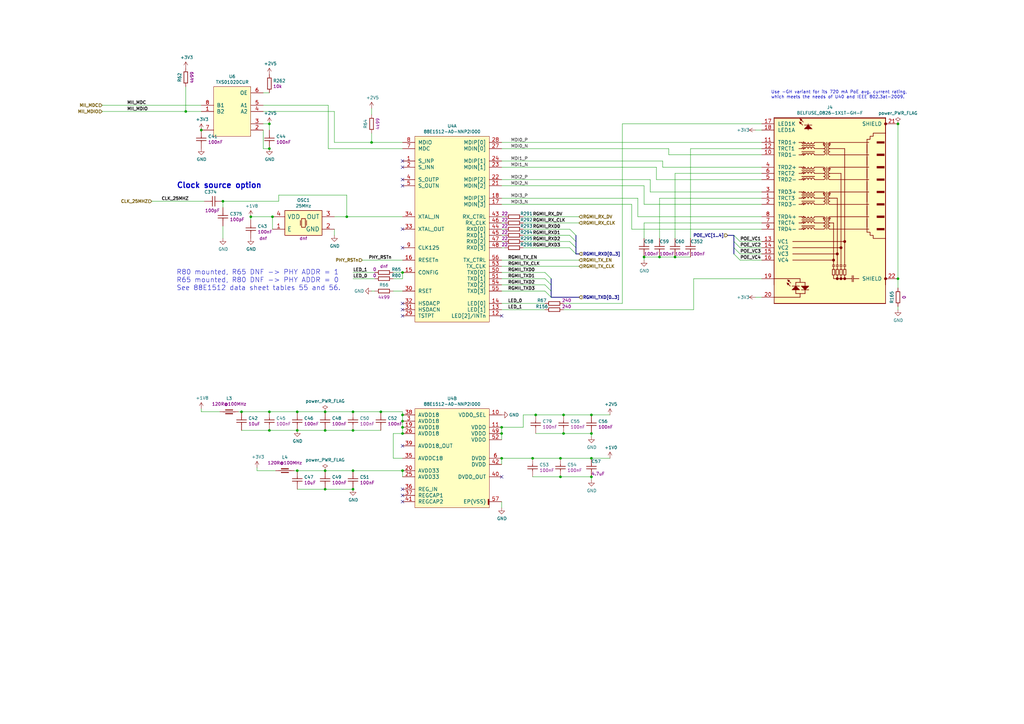
<source format=kicad_sch>
(kicad_sch (version 20211123) (generator eeschema)
  (paper "A3")
  (title_block (title "Marble") (date "2022-08-24") (rev "v1.3") (company "Michał Gąska / WUT") (comment 3 "ETHERNET PHY"))
  (lib_symbols
    (symbol "Analog_&_Interface:88E1512-XX-NNP2I000" (pin_names (offset 1.27))
      (property "Reference" "IC" (at 0 3.81 0))
      (symbol "88E1512-XX-NNP2I000_1_1"
        (pin input line (at -5.08 -10.16 0) (length 5.08) (name "S_INP") (number "1"))
        (pin output line (at 35.56 -73.66 180) (length 5.08) (name "LED[2]/INTn") (number "12"))
        (pin bidirectional line (at 35.56 -71.12 180) (length 5.08) (name "LED[1]") (number "13"))
        (pin output line (at 35.56 -68.58 180) (length 5.08) (name "LED[0]") (number "14"))
        (pin input line (at -5.08 -55.88 0) (length 5.08) (name "CONFIG") (number "15"))
        (pin input line (at -5.08 -50.8 0) (length 5.08) (name "RESETn") (number "16"))
        (pin bidirectional line (at 35.56 -27.94 180) (length 5.08) (name "MDIN[3]") (number "17"))
        (pin bidirectional line (at 35.56 -25.4 180) (length 5.08) (name "MDIP[3]") (number "18"))
        (pin input line (at -5.08 -12.7 0) (length 5.08) (name "S_INN") (number "2"))
        (pin bidirectional line (at 35.56 -20.32 180) (length 5.08) (name "MDIN[2]") (number "21"))
        (pin bidirectional line (at 35.56 -17.78 180) (length 5.08) (name "MDIP[2]") (number "22"))
        (pin bidirectional line (at 35.56 -12.7 180) (length 5.08) (name "MDIN[1]") (number "23"))
        (pin bidirectional line (at 35.56 -10.16 180) (length 5.08) (name "MDIP[1]") (number "24"))
        (pin bidirectional line (at 35.56 -5.08 180) (length 5.08) (name "MDIN[0]") (number "27"))
        (pin bidirectional line (at 35.56 -2.54 180) (length 5.08) (name "MDIP[0]") (number "28"))
        (pin output line (at -5.08 -73.66 0) (length 5.08) (name "TSTPT") (number "29"))
        (pin input line (at -5.08 -63.5 0) (length 5.08) (name "RSET") (number "30"))
        (pin output line (at -5.08 -71.12 0) (length 5.08) (name "HSDACN") (number "31"))
        (pin output line (at -5.08 -68.58 0) (length 5.08) (name "HSDACP") (number "32"))
        (pin output line (at -5.08 -38.1 0) (length 5.08) (name "XTAL_OUT") (number "33"))
        (pin input line (at -5.08 -33.02 0) (length 5.08) (name "XTAL_IN") (number "34"))
        (pin output line (at -5.08 -17.78 0) (length 5.08) (name "S_OUTP") (number "4"))
        (pin output line (at 35.56 -33.02 180) (length 5.08) (name "RX_CTRL") (number "43"))
        (pin output line (at 35.56 -38.1 180) (length 5.08) (name "RXD[0]") (number "44"))
        (pin output line (at 35.56 -40.64 180) (length 5.08) (name "RXD[1]") (number "45"))
        (pin output line (at 35.56 -35.56 180) (length 5.08) (name "RX_CLK") (number "46"))
        (pin output line (at 35.56 -43.18 180) (length 5.08) (name "RXD[2]") (number "47"))
        (pin output line (at 35.56 -45.72 180) (length 5.08) (name "RXD[3]") (number "48"))
        (pin output line (at -5.08 -20.32 0) (length 5.08) (name "S_OUTN") (number "5"))
        (pin input line (at 35.56 -55.88 180) (length 5.08) (name "TXD[0]") (number "50"))
        (pin input line (at 35.56 -58.42 180) (length 5.08) (name "TXD[1]") (number "51"))
        (pin input line (at 35.56 -53.34 180) (length 5.08) (name "TX_CLK") (number "53"))
        (pin input line (at 35.56 -60.96 180) (length 5.08) (name "TXD[2]") (number "54"))
        (pin input line (at 35.56 -63.5 180) (length 5.08) (name "TXD[3]") (number "55"))
        (pin input line (at 35.56 -50.8 180) (length 5.08) (name "TX_CTRL") (number "56"))
        (pin input line (at -5.08 -5.08 0) (length 5.08) (name "MDC") (number "7"))
        (pin bidirectional line (at -5.08 -2.54 0) (length 5.08) (name "MDIO") (number "8"))
        (pin output line (at -5.08 -45.72 0) (length 5.08) (name "CLK125") (number "9"))
      )
      (symbol "88E1512-XX-NNP2I000_2_1"
        (pin power_in line (at 35.56 -2.54 180) (length 5.08) (name "VDDO_SEL") (number "10"))
        (pin power_in line (at 35.56 -7.62 180) (length 5.08) (name "VDDO") (number "11"))
        (pin power_in line (at -5.08 -7.62 0) (length 5.08) (name "AVDD18") (number "19"))
        (pin power_in line (at -5.08 -25.4 0) (length 5.08) (name "AVDD33") (number "20"))
        (pin power_in line (at -5.08 -27.94 0) (length 5.08) (name "AVDD33") (number "25"))
        (pin power_in line (at -5.08 -10.16 0) (length 5.08) (name "AVDD18") (number "26"))
        (pin power_in line (at -5.08 -5.08 0) (length 5.08) (name "AVDD18") (number "3"))
        (pin power_in line (at -5.08 -20.32 0) (length 5.08) (name "AVDDC18") (number "35"))
        (pin power_in line (at -5.08 -33.02 0) (length 5.08) (name "REG_IN") (number "36"))
        (pin passive line (at -5.08 -35.56 0) (length 5.08) (name "REGCAP1") (number "37"))
        (pin power_in line (at -5.08 -2.54 0) (length 5.08) (name "AVDD18") (number "38"))
        (pin power_out line (at -5.08 -15.24 0) (length 5.08) (name "AVDD18_OUT") (number "39"))
        (pin power_out line (at 35.56 -27.94 180) (length 5.08) (name "DVDD_OUT") (number "40"))
        (pin passive line (at -5.08 -38.1 0) (length 5.08) (name "REGCAP2") (number "41"))
        (pin power_in line (at 35.56 -22.86 180) (length 5.08) (name "DVDD") (number "42"))
        (pin power_in line (at 35.56 -10.16 180) (length 5.08) (name "VDDO") (number "49"))
        (pin power_in line (at 35.56 -12.7 180) (length 5.08) (name "VDDO") (number "52"))
        (pin power_in line (at 35.56 -38.1 180) (length 5.08) (name "EP(VSS)") (number "57"))
        (pin power_in line (at 35.56 -20.32 180) (length 5.08) (name "DVDD") (number "6"))
      )
    )
    (symbol "Analog_&_Interface:TXS0102DCUR" (pin_names (offset 1.27))
      (property "Reference" "IC" (at 7.62 1.27 0))
      (symbol "TXS0102DCUR_0_1"
        (text "GND" (at 0.762 -17.78 0) (effects (font (size 1.27 1.27)) (justify left)))
        (text "VCCA" (at 0.762 -15.24 0) (effects (font (size 1.27 1.27)) (justify left)))
        (text "VCCB" (at 14.478 -17.78 0) (effects (font (size 1.27 1.27)) (justify right)))
        (pin bidirectional line (at 20.32 -10.16 180) (length 5.08) (name "B2") (number "1"))
        (pin power_in line (at -5.08 -17.78 0) (length 5.08) (name "GND") (number "2"))
        (pin power_in line (at -5.08 -15.24 0) (length 5.08) (name "Vcca") (number "3"))
        (pin bidirectional line (at -5.08 -10.16 0) (length 5.08) (name "A2") (number "4"))
        (pin bidirectional line (at -5.08 -7.62 0) (length 5.08) (name "A1") (number "5"))
        (pin input line (at -5.08 -2.54 0) (length 5.08) (name "OE") (number "6"))
        (pin power_in line (at 20.32 -17.78 180) (length 5.08) (name "Vccb") (number "7"))
        (pin bidirectional line (at 20.32 -7.62 180) (length 5.08) (name "B1") (number "8"))
      )
    )
    (symbol "BELFUSE_0826-1X1T-80-F-Miscellaneous_1" (pin_names (offset 1.524))
      (property "Reference" "J" (at 22.86 1.27 0))
      (property "Value" "BELFUSE_0826-1X1T-80-F-Miscellaneous_1" (at 22.86 -77.47 0))
      (symbol "BELFUSE_0826-1X1T-80-F-Miscellaneous_1_0_1"
        (text "1" (at 39.37 -10.16 0) (effects (font (size 1.27 1.27)) (justify left)))
        (text "1CT : 1CT" (at 21.59 -39.116 0) (effects (font (size 1.016 1.016))))
        (text "1CT : 1CT" (at 21.59 -28.956 0) (effects (font (size 1.016 1.016))))
        (text "1CT : 1CT" (at 21.59 -18.796 0) (effects (font (size 1.016 1.016))))
        (text "1CT : 1CT" (at 21.59 -8.636 0) (effects (font (size 1.016 1.016))))
        (text "1x1000pF/2kV" (at 36.576 -61.976 0) (effects (font (size 1.016 1.016))))
        (text "2" (at 39.37 -15.24 0) (effects (font (size 1.27 1.27)) (justify left)))
        (text "3" (at 39.37 -20.32 0) (effects (font (size 1.27 1.27)) (justify left)))
        (text "4" (at 39.37 -25.4 0) (effects (font (size 1.27 1.27)) (justify left)))
        (text "4x12nF/100V" (at 36.576 -58.166 0) (effects (font (size 1.016 1.016))))
        (text "4x75 Ohms" (at 36.576 -60.198 0) (effects (font (size 1.016 1.016))))
        (text "5" (at 39.37 -30.48 0) (effects (font (size 1.27 1.27)) (justify left)))
        (text "6" (at 39.37 -35.56 0) (effects (font (size 1.27 1.27)) (justify left)))
        (text "7" (at 39.37 -40.64 0) (effects (font (size 1.27 1.27)) (justify left)))
        (text "8" (at 39.37 -45.72 0) (effects (font (size 1.27 1.27)) (justify left)))
        (text "Green" (at 5.334 -71.628 0) (effects (font (size 1.016 1.016))))
        (text "LED2" (at 4.318 -64.516 0) (effects (font (size 1.27 1.27))))
        (text "Orange" (at 16.256 -67.818 0) (effects (font (size 1.016 1.016))))
        (text "TRP1+" (at 30.48 -8.89 0) (effects (font (size 1.27 1.27)) (justify left)))
        (text "TRP1-" (at 30.48 -13.97 0) (effects (font (size 1.27 1.27)) (justify left)))
        (text "TRP2+" (at 30.48 -19.05 0) (effects (font (size 1.27 1.27)) (justify left)))
        (text "TRP2-" (at 30.48 -24.13 0) (effects (font (size 1.27 1.27)) (justify left)))
        (text "TRP3+" (at 30.48 -29.21 0) (effects (font (size 1.27 1.27)) (justify left)))
        (text "TRP3-" (at 30.48 -34.29 0) (effects (font (size 1.27 1.27)) (justify left)))
        (text "TRP4+" (at 30.48 -39.37 0) (effects (font (size 1.27 1.27)) (justify left)))
        (text "TRP4-" (at 30.48 -44.45 0) (effects (font (size 1.27 1.27)) (justify left)))
        (text "Yellow" (at 16.51 -3.81 900) (effects (font (size 1.016 1.016))))
        (pin bidirectional line (at -5.08 -33.02 0) (length 5.08) (name "TRCT3") (number "1"))
        (pin bidirectional line (at -5.08 -15.24 0) (length 5.08) (name "TRD1-") (number "10"))
        (pin bidirectional line (at -5.08 -10.16 0) (length 5.08) (name "TRD1+") (number "11"))
        (pin bidirectional line (at -5.08 -12.7 0) (length 5.08) (name "TRCT1") (number "12"))
        (pin passive line (at -5.08 -50.8 0) (length 5.08) (name "VC1") (number "13"))
        (pin passive line (at -5.08 -53.34 0) (length 5.08) (name "VC2") (number "14"))
        (pin passive line (at -5.08 -2.54 0) (length 5.08) (name "LED1K") (number "17"))
        (pin passive line (at -5.08 -5.08 0) (length 5.08) (name "LED1A") (number "18"))
        (pin passive line (at -5.08 -66.04 0) (length 5.08) (name "LED2") (number "19"))
        (pin bidirectional line (at -5.08 -35.56 0) (length 5.08) (name "TRD3-") (number "2"))
        (pin passive line (at -5.08 -73.66 0) (length 5.08) (name "LED2") (number "20"))
        (pin power_in line (at 50.8 -2.54 180) (length 5.08) (name "SHIELD") (number "21"))
        (pin power_in line (at 50.8 -66.04 180) (length 5.08) (name "SHIELD") (number "22"))
        (pin bidirectional line (at -5.08 -30.48 0) (length 5.08) (name "TRD3+") (number "3"))
        (pin bidirectional line (at -5.08 -20.32 0) (length 5.08) (name "TRD2+") (number "4"))
        (pin bidirectional line (at -5.08 -25.4 0) (length 5.08) (name "TRD2-") (number "5"))
        (pin bidirectional line (at -5.08 -22.86 0) (length 5.08) (name "TRCT2") (number "6"))
        (pin bidirectional line (at -5.08 -43.18 0) (length 5.08) (name "TRCT4") (number "7"))
        (pin bidirectional line (at -5.08 -40.64 0) (length 5.08) (name "TRD4+") (number "8"))
        (pin bidirectional line (at -5.08 -45.72 0) (length 5.08) (name "TRD4-") (number "9"))
      )
      (symbol "BELFUSE_0826-1X1T-80-F-Miscellaneous_1_1_1"
        (pin passive line (at -5.08 -55.88 0) (length 5.08) (name "VC3") (number "15"))
        (pin passive line (at -5.08 -58.42 0) (length 5.08) (name "VC4") (number "16"))
      )
    )
    (symbol "Capacitors_SMD:CC0201_100NF_6.3V_10%_X5R" (pin_names (offset 1.27))
      (property "Reference" "C" (at 3.81 3.048 0))
      (property "Val" "100nF" (at 3.81 -3.048 0))
      (symbol "CC0201_100NF_6.3V_10%_X5R_0_1"
        (pin passive line (at 0 0 0) (length 2.54) (name "1") (number "1"))
        (pin passive line (at 7.62 0 180) (length 2.54) (name "2") (number "2"))
      )
    )
    (symbol "Capacitors_SMD:CC0402_100PF_50V_5%_C0G" (pin_names (offset 1.27))
      (property "Reference" "C" (at 3.81 3.048 0))
      (property "Val" "100pF" (at 3.81 -3.048 0))
      (symbol "CC0402_100PF_50V_5%_C0G_0_1"
        (pin passive line (at 0 0 0) (length 2.54) (name "1") (number "1"))
        (pin passive line (at 7.62 0 180) (length 2.54) (name "2") (number "2"))
      )
    )
    (symbol "Capacitors_SMD:CC0603_10UF_6.3V_20%_X5R" (pin_names (offset 1.27))
      (property "Reference" "C" (at 3.81 3.048 0))
      (property "Val" "10uF" (at 3.81 -3.048 0))
      (symbol "CC0603_10UF_6.3V_20%_X5R_0_1"
        (pin passive line (at 0 0 0) (length 2.54) (name "1") (number "1"))
        (pin passive line (at 7.62 0 180) (length 2.54) (name "2") (number "2"))
      )
    )
    (symbol "Capacitors_SMD:CC0603_4.7UF_25V_10%_X5R" (pin_names (offset 1.27))
      (property "Reference" "C" (at 3.81 3.048 0))
      (property "Val" "4.7uF" (at 3.81 -3.048 0))
      (symbol "CC0603_4.7UF_25V_10%_X5R_0_1"
        (pin passive line (at 0 0 0) (length 2.54) (name "1") (number "1"))
        (pin passive line (at 7.62 0 180) (length 2.54) (name "2") (number "2"))
      )
    )
    (symbol "Inductors_SMD:IND0603_MURATA_BLM18SG121TN1D" (pin_names (offset 1.27))
      (property "Reference" "L" (at 3.81 1.778 0))
      (property "Val" "120R@100MHz" (at 3.81 -1.778 0))
      (symbol "IND0603_MURATA_BLM18SG121TN1D_0_1"
        (pin passive line (at 0 0 0) (length 1.27) (name "1") (number "1"))
        (pin passive line (at 7.62 0 180) (length 1.27) (name "2") (number "2"))
      )
      (symbol "IND0603_MURATA_BLM18SG121TN1D_0_2"
        (pin passive line (at 0 0 0) (length 1.524) (name "1") (number "1"))
        (pin passive line (at 7.62 0 180) (length 1.524) (name "2") (number "2"))
      )
    )
    (symbol "Resistors_SMD:R0402_0R_JUMPER" (pin_names (offset 1.27))
      (property "Reference" "R" (at 3.81 1.778 0))
      (property "Val" "0" (at 3.81 -1.778 0))
      (symbol "R0402_0R_JUMPER_0_1"
        (pin passive line (at 0 0 0) (length 1.524) (name "1") (number "1"))
        (pin passive line (at 7.62 0 180) (length 1.524) (name "2") (number "2"))
      )
    )
    (symbol "Resistors_SMD:R0402_10K_1%_0.0625W_100PPM" (pin_names (offset 1.27))
      (property "Reference" "R" (at 3.81 1.778 0))
      (property "Val" "10k" (at 3.81 -1.778 0))
      (symbol "R0402_10K_1%_0.0625W_100PPM_0_1"
        (text "1%" (at 3.81 0 0) (effects (font (size 0.635 0.635))))
        (pin passive line (at 0 0 0) (length 1.524) (name "1") (number "1"))
        (pin passive line (at 7.62 0 180) (length 1.524) (name "2") (number "2"))
      )
    )
    (symbol "Resistors_SMD:R0402_22R_1%_0.0625W_100PPM" (pin_names (offset 1.27))
      (property "Reference" "R" (at 3.81 1.778 0))
      (property "Val" "22" (at 3.81 -1.778 0))
      (symbol "R0402_22R_1%_0.0625W_100PPM_0_1"
        (text "1%" (at 3.81 0 0) (effects (font (size 0.635 0.635))))
        (pin passive line (at 0 0 0) (length 1.524) (name "1") (number "1"))
        (pin passive line (at 7.62 0 180) (length 1.524) (name "2") (number "2"))
      )
    )
    (symbol "Resistors_SMD:R0402_240R_1%_0.0625W_100PPM" (pin_names (offset 1.27))
      (property "Reference" "R" (at 3.81 1.778 0))
      (property "Val" "240" (at 3.81 -1.778 0))
      (symbol "R0402_240R_1%_0.0625W_100PPM_0_1"
        (text "1%" (at 3.81 0 0) (effects (font (size 0.635 0.635))))
        (pin passive line (at 0 0 0) (length 1.524) (name "1") (number "1"))
        (pin passive line (at 7.62 0 180) (length 1.524) (name "2") (number "2"))
      )
    )
    (symbol "Resistors_SMD:R0603_4K99_1%_0.063W_50PPM" (pin_names (offset 1.27))
      (property "Reference" "R" (at 3.81 1.778 0))
      (property "Val" "4k99" (at 3.81 -1.778 0))
      (symbol "R0603_4K99_1%_0.063W_50PPM_0_1"
        (text "1%" (at 3.81 0 0) (effects (font (size 0.635 0.635))))
        (pin passive line (at 0 0 0) (length 1.524) (name "1") (number "1"))
        (pin passive line (at 7.62 0 180) (length 1.524) (name "2") (number "2"))
      )
    )
    (symbol "marble_misc:BELFUSE_0826-1X1T-80-F-Miscellaneous" (pin_names (offset 1.524))
      (property "Reference" "J" (at 22.86 1.27 0))
      (property "Value" "BELFUSE_0826-1X1T-80-F-Miscellaneous" (at 22.86 -77.47 0))
      (symbol "BELFUSE_0826-1X1T-80-F-Miscellaneous_0_1"
        (text "1" (at 39.37 -10.16 0) (effects (font (size 1.27 1.27)) (justify left)))
        (text "1CT : 1CT" (at 21.59 -39.116 0) (effects (font (size 1.016 1.016))))
        (text "1CT : 1CT" (at 21.59 -28.956 0) (effects (font (size 1.016 1.016))))
        (text "1CT : 1CT" (at 21.59 -18.796 0) (effects (font (size 1.016 1.016))))
        (text "1CT : 1CT" (at 21.59 -8.636 0) (effects (font (size 1.016 1.016))))
        (text "1x1000pF/2kV" (at 36.576 -61.976 0) (effects (font (size 1.016 1.016))))
        (text "2" (at 39.37 -15.24 0) (effects (font (size 1.27 1.27)) (justify left)))
        (text "3" (at 39.37 -20.32 0) (effects (font (size 1.27 1.27)) (justify left)))
        (text "4" (at 39.37 -25.4 0) (effects (font (size 1.27 1.27)) (justify left)))
        (text "4x12nF/100V" (at 36.576 -58.166 0) (effects (font (size 1.016 1.016))))
        (text "4x75 Ohms" (at 36.576 -60.198 0) (effects (font (size 1.016 1.016))))
        (text "5" (at 39.37 -30.48 0) (effects (font (size 1.27 1.27)) (justify left)))
        (text "6" (at 39.37 -35.56 0) (effects (font (size 1.27 1.27)) (justify left)))
        (text "7" (at 39.37 -40.64 0) (effects (font (size 1.27 1.27)) (justify left)))
        (text "8" (at 39.37 -45.72 0) (effects (font (size 1.27 1.27)) (justify left)))
        (text "Green" (at 5.334 -71.628 0) (effects (font (size 1.016 1.016))))
        (text "LED2" (at 4.318 -64.516 0) (effects (font (size 1.27 1.27))))
        (text "Orange" (at 16.256 -67.818 0) (effects (font (size 1.016 1.016))))
        (text "TRP1+" (at 30.48 -8.89 0) (effects (font (size 1.27 1.27)) (justify left)))
        (text "TRP1-" (at 30.48 -13.97 0) (effects (font (size 1.27 1.27)) (justify left)))
        (text "TRP2+" (at 30.48 -19.05 0) (effects (font (size 1.27 1.27)) (justify left)))
        (text "TRP2-" (at 30.48 -24.13 0) (effects (font (size 1.27 1.27)) (justify left)))
        (text "TRP3+" (at 30.48 -29.21 0) (effects (font (size 1.27 1.27)) (justify left)))
        (text "TRP3-" (at 30.48 -34.29 0) (effects (font (size 1.27 1.27)) (justify left)))
        (text "TRP4+" (at 30.48 -39.37 0) (effects (font (size 1.27 1.27)) (justify left)))
        (text "TRP4-" (at 30.48 -44.45 0) (effects (font (size 1.27 1.27)) (justify left)))
        (text "Yellow" (at 16.51 -3.81 900) (effects (font (size 1.016 1.016))))
        (pin bidirectional line (at -5.08 -33.02 0) (length 5.08) (name "TRCT3") (number "1"))
        (pin bidirectional line (at -5.08 -15.24 0) (length 5.08) (name "TRD1-") (number "10"))
        (pin bidirectional line (at -5.08 -10.16 0) (length 5.08) (name "TRD1+") (number "11"))
        (pin bidirectional line (at -5.08 -12.7 0) (length 5.08) (name "TRCT1") (number "12"))
        (pin passive line (at -5.08 -50.8 0) (length 5.08) (name "VC1") (number "13"))
        (pin passive line (at -5.08 -53.34 0) (length 5.08) (name "VC2") (number "14"))
        (pin passive line (at -5.08 -2.54 0) (length 5.08) (name "LED1K") (number "17"))
        (pin passive line (at -5.08 -5.08 0) (length 5.08) (name "LED1A") (number "18"))
        (pin passive line (at -5.08 -66.04 0) (length 5.08) (name "LED2") (number "19"))
        (pin bidirectional line (at -5.08 -35.56 0) (length 5.08) (name "TRD3-") (number "2"))
        (pin passive line (at -5.08 -73.66 0) (length 5.08) (name "LED2") (number "20"))
        (pin power_in line (at 50.8 -2.54 180) (length 5.08) (name "SHIELD") (number "21"))
        (pin power_in line (at 50.8 -66.04 180) (length 5.08) (name "SHIELD") (number "22"))
        (pin bidirectional line (at -5.08 -30.48 0) (length 5.08) (name "TRD3+") (number "3"))
        (pin bidirectional line (at -5.08 -20.32 0) (length 5.08) (name "TRD2+") (number "4"))
        (pin bidirectional line (at -5.08 -25.4 0) (length 5.08) (name "TRD2-") (number "5"))
        (pin bidirectional line (at -5.08 -22.86 0) (length 5.08) (name "TRCT2") (number "6"))
        (pin bidirectional line (at -5.08 -43.18 0) (length 5.08) (name "TRCT4") (number "7"))
        (pin bidirectional line (at -5.08 -40.64 0) (length 5.08) (name "TRD4+") (number "8"))
        (pin bidirectional line (at -5.08 -45.72 0) (length 5.08) (name "TRD4-") (number "9"))
      )
      (symbol "BELFUSE_0826-1X1T-80-F-Miscellaneous_1_1"
        (pin passive line (at -5.08 -55.88 0) (length 5.08) (name "VC3") (number "15"))
        (pin passive line (at -5.08 -58.42 0) (length 5.08) (name "VC4") (number "16"))
      )
    )
    (symbol "marble_misc:Oscillator" (pin_names (offset 1.016))
      (property "Reference" "OSC" (at 2.54 1.27 0))
      (property "Value" "Oscillator" (at 7.62 -11.43 0))
      (symbol "Oscillator_1_1"
        (pin input line (at -5.08 -7.62 0) (length 5.08) (name "E") (number "1"))
        (pin power_in line (at 20.32 -7.62 180) (length 5.08) (name "GND") (number "2"))
        (pin output line (at 20.32 -2.54 180) (length 5.08) (name "OUT") (number "3"))
        (pin power_in line (at -5.08 -2.54 0) (length 5.08) (name "VDD") (number "4"))
      )
    )
    (symbol "marble_misc:power_PWR_FLAG-AMC_FMC_Carrier-PcbDoc-cache" (power) (pin_numbers hide) (pin_names (offset 0) hide)
      (property "Value" "power_PWR_FLAG-AMC_FMC_Carrier-PcbDoc-cache" (at 0 3.81 0))
      (symbol "power_PWR_FLAG-AMC_FMC_Carrier-PcbDoc-cache_0_0"
        (pin power_out line (at 0 0 90) (length 0) (name "pwr") (number "1"))
      )
    )
    (symbol "power:+1V0" (power) (pin_names (offset 0))
      (property "Value" "+1V0" (at 0 3.556 0))
      (symbol "+1V0_1_1"
        (pin power_in line (at 0 0 90) (length 0) hide (name "+1V0") (number "1"))
      )
    )
    (symbol "power:+1V8" (power) (pin_names (offset 0))
      (property "Value" "+1V8" (at 0 3.556 0))
      (symbol "+1V8_1_1"
        (pin power_in line (at 0 0 90) (length 0) hide (name "+1V8") (number "1"))
      )
    )
    (symbol "power:+2V5" (power) (pin_names (offset 0))
      (property "Value" "+2V5" (at 0 3.556 0))
      (symbol "+2V5_1_1"
        (pin power_in line (at 0 0 90) (length 0) hide (name "+2V5") (number "1"))
      )
    )
    (symbol "power:+3V3" (power) (pin_names (offset 0))
      (property "Value" "+3V3" (at 0 3.556 0))
      (symbol "+3V3_1_1"
        (pin power_in line (at 0 0 90) (length 0) hide (name "+3V3") (number "1"))
      )
    )
    (symbol "power:GND" (power) (pin_names (offset 0))
      (property "Value" "GND" (at 0 -3.81 0))
      (symbol "GND_1_1"
        (pin power_in line (at 0 0 270) (length 0) hide (name "GND") (number "1"))
      )
    )
  )
  (junction (at 231.14 177.8))
  (junction (at 82.55 53.34))
  (junction (at 121.92 193.04))
  (junction (at 242.57 177.8))
  (junction (at 270.51 105.41))
  (junction (at 242.57 195.58))
  (junction (at 242.57 187.96))
  (junction (at 205.74 175.26))
  (junction (at 276.86 105.41))
  (junction (at 165.1 175.26))
  (junction (at 229.87 187.96))
  (junction (at 99.06 168.91))
  (junction (at 144.78 176.53))
  (junction (at 102.87 88.9))
  (junction (at 144.78 193.04))
  (junction (at 368.3 50.8))
  (junction (at 165.1 172.72))
  (junction (at 133.35 176.53))
  (junction (at 152.4 58.42))
  (junction (at 368.3 114.3))
  (junction (at 110.49 176.53))
  (junction (at 219.71 170.18))
  (junction (at 133.35 193.04))
  (junction (at 165.1 177.8))
  (junction (at 264.16 105.41))
  (junction (at 142.24 88.9))
  (junction (at 110.49 50.8))
  (junction (at 144.78 168.91))
  (junction (at 121.92 168.91))
  (junction (at 242.57 170.18))
  (junction (at 110.49 168.91))
  (junction (at 218.44 187.96))
  (junction (at 165.1 170.18))
  (junction (at 111.76 88.9))
  (junction (at 231.14 170.18))
  (junction (at 133.35 200.66))
  (junction (at 165.1 111.76))
  (junction (at 229.87 195.58))
  (junction (at 91.44 82.55))
  (junction (at 205.74 177.8))
  (junction (at 165.1 193.04))
  (junction (at 121.92 176.53))
  (junction (at 144.78 200.66))
  (junction (at 133.35 168.91))
  (junction (at 76.2 45.72))
  (junction (at 156.21 168.91))
  (junction (at 205.74 187.96))
  (junction (at 110.49 60.96))
  (no_connect (at 165.1 129.54))
  (no_connect (at 165.1 93.98))
  (no_connect (at 165.1 203.2))
  (no_connect (at 165.1 124.46))
  (no_connect (at 165.1 76.2))
  (no_connect (at 165.1 66.04))
  (no_connect (at 205.74 129.54))
  (no_connect (at 165.1 200.66))
  (no_connect (at 165.1 127))
  (no_connect (at 165.1 73.66))
  (no_connect (at 205.74 195.58))
  (no_connect (at 165.1 182.88))
  (no_connect (at 165.1 205.74))
  (no_connect (at 165.1 68.58))
  (no_connect (at 165.1 101.6))
  (bus_entry (at 300.99 96.52) (size 2.54 2.54))
  (bus_entry (at 300.99 104.14) (size 2.54 2.54))
  (bus_entry (at 233.68 93.98) (size 2.54 2.54))
  (bus_entry (at 233.68 96.52) (size 2.54 2.54))
  (bus_entry (at 223.52 116.84) (size 2.54 2.54))
  (bus_entry (at 223.52 111.76) (size 2.54 2.54))
  (bus_entry (at 233.68 99.06) (size 2.54 2.54))
  (bus_entry (at 300.99 101.6) (size 2.54 2.54))
  (bus_entry (at 223.52 119.38) (size 2.54 2.54))
  (bus_entry (at 233.68 101.6) (size 2.54 2.54))
  (bus_entry (at 223.52 114.3) (size 2.54 2.54))
  (bus_entry (at 300.99 99.06) (size 2.54 2.54))
  (bus (pts (xy 226.06 121.92) (xy 237.49 121.92)))
  (wire (pts (xy 205.74 66.04) (xy 271.78 66.04)))
  (wire (pts (xy 110.49 168.91) (xy 121.92 168.91)))
  (wire (pts (xy 110.49 38.1) (xy 107.95 38.1)))
  (bus (pts (xy 236.22 99.06) (xy 236.22 101.6)))
  (wire (pts (xy 368.3 50.8) (xy 368.3 114.3)))
  (wire (pts (xy 102.87 90.17) (xy 102.87 88.9)))
  (wire (pts (xy 121.92 200.66) (xy 133.35 200.66)))
  (wire (pts (xy 161.29 114.3) (xy 165.1 114.3)))
  (wire (pts (xy 161.29 119.38) (xy 165.1 119.38)))
  (wire (pts (xy 270.51 105.41) (xy 276.86 105.41)))
  (bus (pts (xy 226.06 116.84) (xy 226.06 119.38)))
  (wire (pts (xy 134.62 43.18) (xy 134.62 60.96)))
  (wire (pts (xy 111.76 93.98) (xy 111.76 88.9)))
  (wire (pts (xy 152.4 119.38) (xy 153.67 119.38)))
  (wire (pts (xy 229.87 195.58) (xy 242.57 195.58)))
  (wire (pts (xy 91.44 82.55) (xy 91.44 85.09)))
  (wire (pts (xy 134.62 60.96) (xy 165.1 60.96)))
  (wire (pts (xy 214.63 93.98) (xy 233.68 93.98)))
  (wire (pts (xy 62.23 82.55) (xy 83.82 82.55)))
  (wire (pts (xy 312.42 91.44) (xy 264.16 91.44)))
  (wire (pts (xy 231.14 124.46) (xy 255.27 124.46)))
  (wire (pts (xy 218.44 195.58) (xy 229.87 195.58)))
  (wire (pts (xy 266.7 73.66) (xy 266.7 78.74)))
  (wire (pts (xy 284.48 114.3) (xy 312.42 114.3)))
  (wire (pts (xy 144.78 193.04) (xy 165.1 193.04)))
  (bus (pts (xy 236.22 101.6) (xy 236.22 104.14)))
  (wire (pts (xy 242.57 179.07) (xy 242.57 177.8)))
  (wire (pts (xy 205.74 205.74) (xy 205.74 208.28)))
  (wire (pts (xy 121.92 193.04) (xy 133.35 193.04)))
  (wire (pts (xy 133.35 176.53) (xy 144.78 176.53)))
  (wire (pts (xy 214.63 101.6) (xy 233.68 101.6)))
  (wire (pts (xy 205.74 114.3) (xy 223.52 114.3)))
  (wire (pts (xy 205.74 180.34) (xy 205.74 177.8)))
  (bus (pts (xy 237.49 104.14) (xy 236.22 104.14)))
  (wire (pts (xy 205.74 190.5) (xy 205.74 187.96)))
  (wire (pts (xy 205.74 83.82) (xy 259.08 83.82)))
  (wire (pts (xy 261.62 81.28) (xy 261.62 88.9)))
  (wire (pts (xy 242.57 187.96) (xy 250.19 187.96)))
  (wire (pts (xy 368.3 114.3) (xy 368.3 118.11)))
  (wire (pts (xy 303.53 101.6) (xy 312.42 101.6)))
  (wire (pts (xy 274.32 63.5) (xy 312.42 63.5)))
  (wire (pts (xy 161.29 177.8) (xy 165.1 177.8)))
  (wire (pts (xy 205.74 187.96) (xy 218.44 187.96)))
  (wire (pts (xy 205.74 96.52) (xy 207.01 96.52)))
  (wire (pts (xy 205.74 127) (xy 223.52 127)))
  (wire (pts (xy 91.44 92.71) (xy 91.44 97.79)))
  (wire (pts (xy 107.95 50.8) (xy 110.49 50.8)))
  (wire (pts (xy 121.92 168.91) (xy 133.35 168.91)))
  (wire (pts (xy 142.24 80.01) (xy 142.24 88.9)))
  (wire (pts (xy 264.16 76.2) (xy 264.16 83.82)))
  (wire (pts (xy 152.4 44.45) (xy 152.4 46.99)))
  (wire (pts (xy 205.74 119.38) (xy 223.52 119.38)))
  (wire (pts (xy 133.35 168.91) (xy 144.78 168.91)))
  (wire (pts (xy 148.59 106.68) (xy 165.1 106.68)))
  (wire (pts (xy 99.06 176.53) (xy 110.49 176.53)))
  (wire (pts (xy 133.35 200.66) (xy 144.78 200.66)))
  (bus (pts (xy 300.99 96.52) (xy 298.45 96.52)))
  (wire (pts (xy 152.4 58.42) (xy 165.1 58.42)))
  (wire (pts (xy 205.74 175.26) (xy 214.63 175.26)))
  (wire (pts (xy 205.74 111.76) (xy 223.52 111.76)))
  (wire (pts (xy 152.4 54.61) (xy 152.4 58.42)))
  (wire (pts (xy 97.79 168.91) (xy 99.06 168.91)))
  (wire (pts (xy 110.49 60.96) (xy 107.95 60.96)))
  (wire (pts (xy 214.63 170.18) (xy 214.63 175.26)))
  (bus (pts (xy 226.06 114.3) (xy 226.06 116.84)))
  (bus (pts (xy 300.99 96.52) (xy 300.99 99.06)))
  (wire (pts (xy 205.74 106.68) (xy 237.49 106.68)))
  (wire (pts (xy 276.86 71.12) (xy 276.86 97.79)))
  (wire (pts (xy 218.44 187.96) (xy 229.87 187.96)))
  (wire (pts (xy 165.1 172.72) (xy 165.1 175.26)))
  (wire (pts (xy 231.14 127) (xy 284.48 127)))
  (wire (pts (xy 205.74 116.84) (xy 223.52 116.84)))
  (wire (pts (xy 156.21 168.91) (xy 165.1 168.91)))
  (wire (pts (xy 205.74 99.06) (xy 207.01 99.06)))
  (wire (pts (xy 205.74 109.22) (xy 237.49 109.22)))
  (wire (pts (xy 205.74 68.58) (xy 269.24 68.58)))
  (wire (pts (xy 303.53 106.68) (xy 312.42 106.68)))
  (wire (pts (xy 205.74 73.66) (xy 266.7 73.66)))
  (wire (pts (xy 284.48 127) (xy 284.48 114.3)))
  (wire (pts (xy 205.74 60.96) (xy 274.32 60.96)))
  (bus (pts (xy 300.99 99.06) (xy 300.99 101.6)))
  (wire (pts (xy 271.78 68.58) (xy 312.42 68.58)))
  (wire (pts (xy 214.63 91.44) (xy 237.49 91.44)))
  (wire (pts (xy 255.27 50.8) (xy 312.42 50.8)))
  (wire (pts (xy 205.74 58.42) (xy 312.42 58.42)))
  (wire (pts (xy 111.76 88.9) (xy 102.87 88.9)))
  (wire (pts (xy 76.2 45.72) (xy 82.55 45.72)))
  (wire (pts (xy 303.53 99.06) (xy 312.42 99.06)))
  (wire (pts (xy 214.63 88.9) (xy 237.49 88.9)))
  (wire (pts (xy 214.63 99.06) (xy 233.68 99.06)))
  (wire (pts (xy 114.3 82.55) (xy 114.3 80.01)))
  (wire (pts (xy 90.17 168.91) (xy 82.55 168.91)))
  (wire (pts (xy 264.16 105.41) (xy 264.16 106.68)))
  (wire (pts (xy 270.51 81.28) (xy 270.51 97.79)))
  (wire (pts (xy 219.71 170.18) (xy 231.14 170.18)))
  (bus (pts (xy 236.22 96.52) (xy 236.22 99.06)))
  (wire (pts (xy 205.74 88.9) (xy 207.01 88.9)))
  (wire (pts (xy 107.95 60.96) (xy 107.95 53.34)))
  (wire (pts (xy 264.16 91.44) (xy 264.16 97.79)))
  (wire (pts (xy 205.74 76.2) (xy 264.16 76.2)))
  (wire (pts (xy 137.16 45.72) (xy 137.16 58.42)))
  (wire (pts (xy 214.63 96.52) (xy 233.68 96.52)))
  (wire (pts (xy 165.1 195.58) (xy 165.1 193.04)))
  (wire (pts (xy 41.91 43.18) (xy 82.55 43.18)))
  (wire (pts (xy 264.16 83.82) (xy 312.42 83.82)))
  (wire (pts (xy 91.44 82.55) (xy 114.3 82.55)))
  (wire (pts (xy 303.53 104.14) (xy 312.42 104.14)))
  (wire (pts (xy 121.92 176.53) (xy 133.35 176.53)))
  (wire (pts (xy 269.24 73.66) (xy 312.42 73.66)))
  (wire (pts (xy 161.29 187.96) (xy 161.29 177.8)))
  (wire (pts (xy 205.74 124.46) (xy 223.52 124.46)))
  (wire (pts (xy 165.1 175.26) (xy 165.1 177.8)))
  (wire (pts (xy 264.16 105.41) (xy 270.51 105.41)))
  (wire (pts (xy 110.49 176.53) (xy 121.92 176.53)))
  (wire (pts (xy 368.3 125.73) (xy 368.3 127)))
  (wire (pts (xy 205.74 81.28) (xy 261.62 81.28)))
  (wire (pts (xy 276.86 105.41) (xy 283.21 105.41)))
  (bus (pts (xy 226.06 119.38) (xy 226.06 121.92)))
  (bus (pts (xy 300.99 101.6) (xy 300.99 104.14)))
  (wire (pts (xy 107.95 45.72) (xy 137.16 45.72)))
  (wire (pts (xy 133.35 193.04) (xy 144.78 193.04)))
  (wire (pts (xy 309.88 53.34) (xy 312.42 53.34)))
  (wire (pts (xy 274.32 60.96) (xy 274.32 63.5)))
  (wire (pts (xy 205.74 91.44) (xy 207.01 91.44)))
  (wire (pts (xy 165.1 170.18) (xy 165.1 172.72)))
  (wire (pts (xy 165.1 168.91) (xy 165.1 170.18)))
  (wire (pts (xy 114.3 80.01) (xy 142.24 80.01)))
  (wire (pts (xy 261.62 88.9) (xy 312.42 88.9)))
  (wire (pts (xy 165.1 114.3) (xy 165.1 111.76)))
  (wire (pts (xy 312.42 60.96) (xy 283.21 60.96)))
  (wire (pts (xy 144.78 114.3) (xy 153.67 114.3)))
  (wire (pts (xy 231.14 177.8) (xy 242.57 177.8)))
  (wire (pts (xy 266.7 78.74) (xy 312.42 78.74)))
  (wire (pts (xy 142.24 88.9) (xy 165.1 88.9)))
  (wire (pts (xy 120.65 193.04) (xy 121.92 193.04)))
  (wire (pts (xy 137.16 88.9) (xy 142.24 88.9)))
  (wire (pts (xy 82.55 168.91) (xy 82.55 167.64)))
  (wire (pts (xy 312.42 71.12) (xy 276.86 71.12)))
  (wire (pts (xy 165.1 111.76) (xy 161.29 111.76)))
  (wire (pts (xy 205.74 93.98) (xy 207.01 93.98)))
  (wire (pts (xy 219.71 177.8) (xy 231.14 177.8)))
  (wire (pts (xy 76.2 35.56) (xy 76.2 45.72)))
  (wire (pts (xy 99.06 168.91) (xy 110.49 168.91)))
  (wire (pts (xy 105.41 193.04) (xy 105.41 191.77)))
  (wire (pts (xy 271.78 66.04) (xy 271.78 68.58)))
  (wire (pts (xy 165.1 187.96) (xy 161.29 187.96)))
  (wire (pts (xy 312.42 81.28) (xy 270.51 81.28)))
  (wire (pts (xy 144.78 111.76) (xy 153.67 111.76)))
  (wire (pts (xy 259.08 83.82) (xy 259.08 93.98)))
  (wire (pts (xy 214.63 170.18) (xy 219.71 170.18)))
  (wire (pts (xy 242.57 170.18) (xy 250.19 170.18)))
  (wire (pts (xy 144.78 168.91) (xy 156.21 168.91)))
  (wire (pts (xy 110.49 50.8) (xy 110.49 53.34)))
  (wire (pts (xy 144.78 176.53) (xy 156.21 176.53)))
  (wire (pts (xy 255.27 124.46) (xy 255.27 50.8)))
  (wire (pts (xy 242.57 195.58) (xy 242.57 196.85)))
  (wire (pts (xy 205.74 177.8) (xy 205.74 175.26)))
  (wire (pts (xy 205.74 101.6) (xy 207.01 101.6)))
  (wire (pts (xy 269.24 68.58) (xy 269.24 73.66)))
  (wire (pts (xy 41.91 45.72) (xy 76.2 45.72)))
  (wire (pts (xy 137.16 58.42) (xy 152.4 58.42)))
  (wire (pts (xy 309.88 121.92) (xy 312.42 121.92)))
  (wire (pts (xy 231.14 170.18) (xy 242.57 170.18)))
  (wire (pts (xy 229.87 187.96) (xy 242.57 187.96)))
  (wire (pts (xy 107.95 43.18) (xy 134.62 43.18)))
  (wire (pts (xy 259.08 93.98) (xy 312.42 93.98)))
  (wire (pts (xy 113.03 193.04) (xy 105.41 193.04)))
  (wire (pts (xy 137.16 93.98) (xy 137.16 96.52)))
  (wire (pts (xy 283.21 60.96) (xy 283.21 97.79)))
  (text "Clock source option\n" (at 72.39 77.47 0) (effects (font (size 2.2606 2.2606) (thickness 0.4521) bold) (justify left bottom)))
  (text "Use -GH variant for its 720 mA PoE avg. current rating,\nwhich meets the needs of U40 and IEEE 802.3at-2009." (at 316.23 40.64 0) (effects (font (size 1.27 1.27)) (justify left bottom)))
  (text "R80 mounted, R65 DNF -> PHY ADDR = 1\nR65 mounted, R80 DNF -> PHY ADDR = 0\nSee 88E1512 data sheet tables 55 and 56." (at 72.39 119.38 0) (effects (font (size 2.0066 2.0066)) (justify left bottom)))
  (label "RGMII_RXD2" (at 218.44 99.06 0) (effects (font (thickness 0.254) bold)))
  (label "CLK_25MHZ" (at 77.47 82.55 180) (effects (font (thickness 0.254) bold)))
  (label "POE_VC1" (at 303.53 99.06 0) (effects (font (thickness 0.254) bold)))
  (label "LED_1" (at 208.28 127 0) (effects (font (thickness 0.254) bold)))
  (label "MDI3_N" (at 209.55 83.82 0))
  (label "RGMII_RXD3" (at 218.44 101.6 0) (effects (font (thickness 0.254) bold)))
  (label "RGMII_RX_CLK" (at 218.44 91.44 0) (effects (font (thickness 0.254) bold)))
  (label "LED_1" (at 144.78 111.76 0) (effects (font (thickness 0.254) bold)))
  (label "RGMII_RX_DV" (at 218.44 88.9 0) (effects (font (thickness 0.254) bold)))
  (label "LED_0" (at 144.78 114.3 0) (effects (font (thickness 0.254) bold)))
  (label "RGMII_TX_CLK" (at 208.28 109.22 0) (effects (font (thickness 0.254) bold)))
  (label "RGMII_RXD1" (at 218.44 96.52 0) (effects (font (thickness 0.254) bold)))
  (label "RGMII_TX_EN" (at 208.28 106.68 0) (effects (font (thickness 0.254) bold)))
  (label "MDI2_N" (at 209.55 76.2 0))
  (label "MDI0_N" (at 209.55 60.96 0))
  (label "MDI2_P" (at 209.55 73.66 0))
  (label "MDI1_N" (at 209.55 68.58 0))
  (label "RGMII_TXD1" (at 208.28 114.3 0) (effects (font (thickness 0.254) bold)))
  (label "RGMII_TXD2" (at 208.28 116.84 0) (effects (font (thickness 0.254) bold)))
  (label "LED_0" (at 208.28 124.46 0) (effects (font (thickness 0.254) bold)))
  (label "POE_VC2" (at 303.53 101.6 0) (effects (font (thickness 0.254) bold)))
  (label "POE_VC4" (at 303.53 106.68 0) (effects (font (thickness 0.254) bold)))
  (label "PHY_RSTn" (at 151.13 106.68 0) (effects (font (thickness 0.254) bold)))
  (label "MII_MDIO" (at 52.07 45.72 0) (effects (font (thickness 0.254) bold)))
  (label "RGMII_TXD3" (at 208.28 119.38 0) (effects (font (thickness 0.254) bold)))
  (label "RGMII_RXD0" (at 218.44 93.98 0) (effects (font (thickness 0.254) bold)))
  (label "RGMII_TXD0" (at 208.28 111.76 0) (effects (font (thickness 0.254) bold)))
  (label "POE_VC3" (at 303.53 104.14 0) (effects (font (thickness 0.254) bold)))
  (label "MDI1_P" (at 209.55 66.04 0))
  (label "MDI0_P" (at 209.55 58.42 0))
  (label "MII_MDC" (at 52.07 43.18 0) (effects (font (thickness 0.254) bold)))
  (label "MDI3_P" (at 209.55 81.28 0))
  (hierarchical_label "RGMII_TX_EN" (shape input) (at 237.49 106.68 0) (effects (font (thickness 0.254) bold)))
  (hierarchical_label "RGMII_RXD[0..3]" (shape input) (at 237.49 104.14 0) (effects (font (thickness 0.254) bold)))
  (hierarchical_label "RGMII_TXD[0..3]" (shape input) (at 237.49 121.92 0) (effects (font (thickness 0.254) bold)))
  (hierarchical_label "CLK_25MHZ" (shape input) (at 62.23 82.55 180) (effects (font (thickness 0.254) bold)))
  (hierarchical_label "MII_MDIO" (shape input) (at 41.91 45.72 180) (effects (font (thickness 0.254) bold)))
  (hierarchical_label "MII_MDC" (shape input) (at 41.91 43.18 180) (effects (font (thickness 0.254) bold)))
  (hierarchical_label "POE_VC[1..4]" (shape input) (at 298.45 96.52 180) (effects (font (thickness 0.254) bold)))
  (hierarchical_label "RGMII_TX_CLK" (shape input) (at 237.49 109.22 0) (effects (font (thickness 0.254) bold)))
  (hierarchical_label "PHY_RSTn" (shape input) (at 148.59 106.68 180) (effects (font (thickness 0.254) bold)))
  (hierarchical_label "RGMII_RX_CLK" (shape input) (at 237.49 91.44 0) (effects (font (thickness 0.254) bold)))
  (hierarchical_label "RGMII_RX_DV" (shape input) (at 237.49 88.9 0) (effects (font (thickness 0.254) bold)))
  (symbol (lib_id "Analog_&_Interface:88E1512-XX-NNP2I000") (at 170.18 55.88 0) (unit 1)
    (property "Reference" "U4" (at 185.42 51.689 0))
    (property "Value" "88E1512-A0-NNP2I000" (at 185.42 54.0004 0))
    (property "Footprint" "ICs And Semiconductors SMD:QFN50P800X800X100-57N-S437" (effects hide))
    (property "Part Number" "88E1512-XX-NNP2I000" (effects hide))
    (property "Library Ref" "88E1512-XX-NNP2I000" (effects hide))
    (property "Library Path" "SchLib\\Analog & Interface.SchLib" (effects hide))
    (property "Comment" "=Device" (effects hide))
    (property "Component Kind" "Standard" (effects hide))
    (property "Component Type" "Standard" (effects hide))
    (property "Device" "88E1512-A0-NNP2I000" (effects hide))
    (property "PackageDescription" "QFN, 0.50mm Pitch, Square; 56 Pin, 8.00mm L X 8.00mm W X 1.00mm H Body (4.37mm X 4.37mm Thermal Tab), IPC Medium Density" (effects hide))
    (property "Status" " " (effects hide))
    (property "Part Description" "Alaska Integrated 10/100/1000 Mbps Energy Efficient Ethernet Transceiver" (effects hide))
    (property "Manufacturer" "MARVELL TECHNOLOGY" (effects hide))
    (property "Manufacturer Part Number" "88E1512-A0-NNP2I000" (effects hide))
    (property "Pin Count" "57" (effects hide))
    (property "Case" "QFN56" (effects hide))
    (property "Mounted" "Yes" (effects hide))
    (property "Socket" "No" (effects hide))
    (property "SMD" "Yes" (effects hide))
    (property "PressFit" "No" (effects hide))
    (property "Sense" "No" (effects hide))
    (property "Sense Comment" " " (effects hide))
    (property "Status Comment" " " (effects hide))
    (property "ComponentHeight" "1mm" (effects hide))
    (property "Footprint Path" "PcbLib\\ICs And Semiconductors SMD.PcbLib" (effects hide))
    (property "Footprint Ref" "QFN50P800X800X100-57N-S437" (effects hide))
    (property "ComponentLink2Description" " " (effects hide))
    (property "ComponentLink1Description" " " (effects hide))
    (property "CreateDate" "01/21/15 00:00:00" (effects hide))
    (property "LatestRevisionDate" "01/21/15 00:00:00" (effects hide))
    (property "Library Name" "ICs And Semiconductors SMD" (effects hide))
    (property "License" "This work is licensed under the Creative Commons CC-BY-SA 4.0 License. To the extent that circuit schematics that use Licensed Material can be considered to be ‘Adapted Material’, then the copyright holder waives article 3.b of the license with respect to these schematics." (effects hide))
  )
  (symbol (lib_id "Analog_&_Interface:88E1512-XX-NNP2I000") (at 170.18 167.64 0) (unit 2)
    (property "Reference" "U4" (at 185.42 163.449 0))
    (property "Value" "88E1512-A0-NNP2I000" (at 185.42 165.7604 0))
    (property "Footprint" "ICs And Semiconductors SMD:QFN50P800X800X100-57N-S437" (effects hide))
    (property "Part Number" "88E1512-XX-NNP2I000" (effects hide))
    (property "Library Ref" "88E1512-XX-NNP2I000" (effects hide))
    (property "Library Path" "SchLib\\Analog & Interface.SchLib" (effects hide))
    (property "Comment" "=Device" (effects hide))
    (property "Component Kind" "Standard" (effects hide))
    (property "Component Type" "Standard" (effects hide))
    (property "Device" "88E1512-XX-NNP2I000" (effects hide))
    (property "PackageDescription" "QFN, 0.50mm Pitch, Square; 56 Pin, 8.00mm L X 8.00mm W X 1.00mm H Body (4.37mm X 4.37mm Thermal Tab), IPC Medium Density" (effects hide))
    (property "Status" " " (effects hide))
    (property "Part Description" "Alaska Integrated 10/100/1000 Mbps Energy Efficient Ethernet Transceiver" (effects hide))
    (property "Manufacturer" "MARVELL TECHNOLOGY" (effects hide))
    (property "Manufacturer Part Number" "88E1512-A0-NNP2I000" (effects hide))
    (property "Pin Count" "57" (effects hide))
    (property "Case" "QFN56" (effects hide))
    (property "Mounted" "Yes" (effects hide))
    (property "Socket" "No" (effects hide))
    (property "SMD" "Yes" (effects hide))
    (property "PressFit" "No" (effects hide))
    (property "Sense" "No" (effects hide))
    (property "Sense Comment" " " (effects hide))
    (property "Status Comment" " " (effects hide))
    (property "ComponentHeight" "1mm" (effects hide))
    (property "Footprint Path" "PcbLib\\ICs And Semiconductors SMD.PcbLib" (effects hide))
    (property "Footprint Ref" "QFN50P800X800X100-57N-S437" (effects hide))
    (property "ComponentLink2Description" " " (effects hide))
    (property "ComponentLink1Description" " " (effects hide))
    (property "CreateDate" "01/21/15 00:00:00" (effects hide))
    (property "LatestRevisionDate" "01/21/15 00:00:00" (effects hide))
    (property "Library Name" "ICs And Semiconductors SMD" (effects hide))
    (property "License" "This work is licensed under the Creative Commons CC-BY-SA 4.0 License. To the extent that circuit schematics that use Licensed Material can be considered to be ‘Adapted Material’, then the copyright holder waives article 3.b of the license with respect to these schematics." (effects hide))
  )
  (symbol (lib_id "Analog_&_Interface:TXS0102DCUR") (at 102.87 35.56 0) (mirror y) (unit 1)
    (property "Reference" "U6" (at 95.25 31.369 0))
    (property "Value" "TXS0102DCUR" (at 95.25 33.6804 0))
    (property "Footprint" "SOP50P310X90-8N" (effects hide))
    (property "Datasheet" "\\\\cern.ch\\dfs\\Applications\\Altium\\Datasheets\\TXS0102DCUR.pdf" (effects hide))
    (property "Part Number" "TXS0102DCUR" (effects hide))
    (property "Library Ref" "TXS0102DCU" (effects hide))
    (property "Library Path" "SchLib\\Analog & Interface.SchLib" (effects hide))
    (property "Comment" "=Device" (effects hide))
    (property "Component Kind" "Standard" (effects hide))
    (property "Component Type" "Standard" (effects hide))
    (property "Device" "TXS0102DCUR" (effects hide))
    (property "PackageDescription" "SOP, 0.50mm Pitch; 8 pin, 2.30mm W X 2.00mm L X 0.90mm H body, PC Medium Density" (effects hide))
    (property "Status" " " (effects hide))
    (property "Part Description" "2-Bit Bidirectional Voltage-Level Translator for Open-Drain And Push-Pull Applications" (effects hide))
    (property "Manufacturer" "TEXAS INSTRUMENTS" (effects hide))
    (property "Manufacturer Part Number" "TXS0102DCUR" (effects hide))
    (property "Pin Count" "8" (effects hide))
    (property "Case" "TSSOP8" (effects hide))
    (property "Mounted" "Yes" (effects hide))
    (property "Socket" "No" (effects hide))
    (property "SMD" "Yes" (effects hide))
    (property "PressFit" "No" (effects hide))
    (property "Sense" "No" (effects hide))
    (property "Sense Comment" " " (effects hide))
    (property "Status Comment" " " (effects hide))
    (property "ComponentHeight" "0.9mm" (effects hide))
    (property "Footprint Path" "PcbLib\\ICs And Semiconductors SMD.PcbLib" (effects hide))
    (property "Footprint Ref" "SOP50P310X90-8N" (effects hide))
    (property "ComponentLink2Description" " " (effects hide))
    (property "ComponentLink1Description" " " (effects hide))
    (property "CreateDate" "07/08/14 00:00:00" (effects hide))
    (property "LatestRevisionDate" "07/08/14 00:00:00" (effects hide))
    (property "Library Name" "ICs And Semiconductors SMD" (effects hide))
    (property "License" "This work is licensed under the Creative Commons CC-BY-SA 4.0 License. To the extent that circuit schematics that use Licensed Material can be considered to be ‘Adapted Material’, then the copyright holder waives article 3.b of the license with respect to these schematics." (effects hide))
  )
  (symbol (lib_id "power:GND") (at 121.92 176.53 0) (unit 1)
    (property "Reference" "#PWR072" (effects hide))
    (property "Value" "GND" (at 122.047 180.9242 0))
  )
  (symbol (lib_id "power:+1V8") (at 82.55 167.64 0) (unit 1)
    (property "Reference" "#PWR068" (effects hide))
    (property "Value" "+1V8" (at 82.931 163.2458 0))
  )
  (symbol (lib_id "power:GND") (at 144.78 200.66 0) (unit 1)
    (property "Reference" "#PWR074" (effects hide))
    (property "Value" "GND" (at 144.907 205.0542 0))
  )
  (symbol (lib_id "power:+3V3") (at 105.41 191.77 0) (unit 1)
    (property "Reference" "#PWR071" (effects hide))
    (property "Value" "+3V3" (at 105.791 187.3758 0))
  )
  (symbol (lib_id "power:+1V0") (at 250.19 187.96 0) (unit 1)
    (property "Reference" "#PWR082" (effects hide))
    (property "Value" "+1V0" (at 250.571 183.5658 0))
  )
  (symbol (lib_id "power:GND") (at 242.57 196.85 0) (unit 1)
    (property "Reference" "#PWR080" (effects hide))
    (property "Value" "GND" (at 242.697 201.2442 0))
  )
  (symbol (lib_id "power:GND") (at 205.74 208.28 0) (unit 1)
    (property "Reference" "#PWR078" (effects hide))
    (property "Value" "GND" (at 205.867 212.6742 0))
  )
  (symbol (lib_id "power:GND") (at 242.57 179.07 0) (unit 1)
    (property "Reference" "#PWR079" (effects hide))
    (property "Value" "GND" (at 242.697 183.4642 0))
  )
  (symbol (lib_id "power:+2V5") (at 250.19 170.18 0) (unit 1)
    (property "Reference" "#PWR081" (effects hide))
    (property "Value" "+2V5" (at 250.571 165.7858 0))
  )
  (symbol (lib_id "power:GND") (at 152.4 119.38 270) (unit 1)
    (property "Reference" "#PWR077" (effects hide))
    (property "Value" "GND" (at 147.32 119.38 90))
  )
  (symbol (lib_id "power:+3V3") (at 82.55 53.34 0) (unit 1)
    (property "Reference" "#PWR0553" (effects hide))
    (property "Value" "+3V3" (at 82.931 48.9458 0))
  )
  (symbol (lib_id "power:+2V5") (at 110.49 50.8 0) (unit 1)
    (property "Reference" "#PWR0555" (effects hide))
    (property "Value" "+2V5" (at 110.871 46.4058 0))
  )
  (symbol (lib_id "power:GND") (at 82.55 60.96 0) (unit 1)
    (property "Reference" "#PWR0552" (effects hide))
    (property "Value" "GND" (at 82.677 65.3542 0))
  )
  (symbol (lib_id "power:GND") (at 110.49 60.96 0) (unit 1)
    (property "Reference" "#PWR0556" (effects hide))
    (property "Value" "GND" (at 110.617 65.3542 0))
  )
  (symbol (lib_id "power:+3V3") (at 76.2 27.94 0) (unit 1)
    (property "Reference" "#PWR0551" (effects hide))
    (property "Value" "+3V3" (at 76.581 23.5458 0))
  )
  (symbol (lib_id "power:+2V5") (at 152.4 44.45 0) (unit 1)
    (property "Reference" "#PWR075" (effects hide))
    (property "Value" "+2V5" (at 152.781 40.0558 0))
  )
  (symbol (lib_id "marble_misc:Oscillator") (at 116.84 86.36 0) (unit 1)
    (property "Reference" "OSC1" (at 124.46 82.1182 0))
    (property "Value" "25MHz" (at 124.46 84.4296 0))
    (property "Footprint" "ICs And Semiconductors SMD:OSC_MICREL_2520" (effects hide))
    (property "Manufacturer Part Number" "ECS-2520MV-250-BN-TR" (effects hide))
    (property "Manufacturer" "ECS" (effects hide))
    (property "config" "dnf" (at 124.46 97.79 0))
  )
  (symbol (lib_id "power:GND") (at 137.16 96.52 0) (unit 1)
    (property "Reference" "#PWR073" (effects hide))
    (property "Value" "GND" (at 137.287 100.9142 0))
  )
  (symbol (lib_id "power:+1V8") (at 102.87 88.9 0) (unit 1)
    (property "Reference" "#PWR069" (effects hide))
    (property "Value" "+1V8" (at 103.251 84.5058 0))
  )
  (symbol (lib_id "power:GND") (at 102.87 97.79 0) (unit 1)
    (property "Reference" "#PWR070" (effects hide))
    (property "Value" "GND" (at 102.997 102.1842 0))
  )
  (symbol (lib_id "Capacitors_SMD:CC0201_100NF_6.3V_10%_X5R") (at 231.14 170.18 270) (unit 1)
    (property "Reference" "C55" (at 233.934 172.8216 90) (effects (justify left)))
    (property "Value" "CC0201_100NF_6.3V_10%_X5R" (effects hide))
    (property "Footprint" "CAPC0603X33N" (effects hide))
    (property "Datasheet" "\\\\cern.ch\\dfs\\Applications\\Altium\\Datasheets\\CC0201_X5R_AVX.pdf" (effects hide))
    (property "~" "100nF" (at 233.934 175.133 90) (effects (justify left)))
    (property "Part Number" "CC0201_100NF_6.3V_10%_X5R" (effects hide))
    (property "Library Ref" "Capacitor - non polarized" (effects hide))
    (property "Library Path" "SchLib\\Capacitors.SchLib" (effects hide))
    (property "Comment" "=Value" (effects hide))
    (property "Component Kind" "Standard" (effects hide))
    (property "Component Type" "Standard" (effects hide))
    (property "Pin Count" "2" (effects hide))
    (property "Footprint Path" "PcbLib\\Capacitors SMD.PcbLib" (effects hide))
    (property "Footprint Ref" "CAPC0603X33N" (effects hide))
    (property "PackageDescription" " " (effects hide))
    (property "Val" "100nF" (effects hide))
    (property "Status" "Not Recommended" (effects hide))
    (property "Status Comment" " " (effects hide))
    (property "Voltage" "6.3V" (effects hide))
    (property "TC" "X5R" (effects hide))
    (property "Tolerance" "±10%" (effects hide))
    (property "Part Description" "SMD Multilayer Chip Ceramic Capacitor" (effects hide))
    (property "Manufacturer" "GENERIC" (effects hide))
    (property "Manufacturer Part Number" "CC0201_100NF_6.3V_10%_X5R" (effects hide))
    (property "Case" "0201" (effects hide))
    (property "Mounted" "Yes" (effects hide))
    (property "Socket" "No" (effects hide))
    (property "SMD" "Yes" (effects hide))
    (property "PressFit" " " (effects hide))
    (property "Sense" "No" (effects hide))
    (property "Sense Comment" " " (effects hide))
    (property "ComponentHeight" " " (effects hide))
    (property "Manufacturer1 Example" "AVX" (effects hide))
    (property "Manufacturer1 Part Number" "02016D104KAT2A" (effects hide))
    (property "Manufacturer1 ComponentHeight" "0.33mm" (effects hide))
    (property "CreateDate" "12/03/07 00:00:00" (effects hide))
    (property "LatestRevisionDate" "12/03/07 00:00:00" (effects hide))
    (property "Library Name" "Capacitors SMD" (effects hide))
    (property "License" "This work is licensed under the Creative Commons CC-BY-SA 4.0 License. To the extent that circuit schematics that use Licensed Material can be considered to be ‘Adapted Material’, then the copyright holder waives article 3.b of the license with respect to these schematics." (effects hide))
  )
  (symbol (lib_id "Capacitors_SMD:CC0201_100NF_6.3V_10%_X5R") (at 242.57 170.18 270) (unit 1)
    (property "Reference" "C56" (at 245.364 172.8216 90) (effects (justify left)))
    (property "Value" "CC0201_100NF_6.3V_10%_X5R" (effects hide))
    (property "Footprint" "CAPC0603X33N" (effects hide))
    (property "Datasheet" "\\\\cern.ch\\dfs\\Applications\\Altium\\Datasheets\\CC0201_X5R_AVX.pdf" (effects hide))
    (property "~" "100nF" (at 245.364 175.133 90) (effects (justify left)))
    (property "Part Number" "CC0201_100NF_6.3V_10%_X5R" (effects hide))
    (property "Library Ref" "Capacitor - non polarized" (effects hide))
    (property "Library Path" "SchLib\\Capacitors.SchLib" (effects hide))
    (property "Comment" "=Value" (effects hide))
    (property "Component Kind" "Standard" (effects hide))
    (property "Component Type" "Standard" (effects hide))
    (property "Pin Count" "2" (effects hide))
    (property "Footprint Path" "PcbLib\\Capacitors SMD.PcbLib" (effects hide))
    (property "Footprint Ref" "CAPC0603X33N" (effects hide))
    (property "PackageDescription" " " (effects hide))
    (property "Val" "100nF" (effects hide))
    (property "Status" "Not Recommended" (effects hide))
    (property "Status Comment" " " (effects hide))
    (property "Voltage" "6.3V" (effects hide))
    (property "TC" "X5R" (effects hide))
    (property "Tolerance" "±10%" (effects hide))
    (property "Part Description" "SMD Multilayer Chip Ceramic Capacitor" (effects hide))
    (property "Manufacturer" "GENERIC" (effects hide))
    (property "Manufacturer Part Number" "CC0201_100NF_6.3V_10%_X5R" (effects hide))
    (property "Case" "0201" (effects hide))
    (property "Mounted" "Yes" (effects hide))
    (property "Socket" "No" (effects hide))
    (property "SMD" "Yes" (effects hide))
    (property "PressFit" " " (effects hide))
    (property "Sense" "No" (effects hide))
    (property "Sense Comment" " " (effects hide))
    (property "ComponentHeight" " " (effects hide))
    (property "Manufacturer1 Example" "AVX" (effects hide))
    (property "Manufacturer1 Part Number" "02016D104KAT2A" (effects hide))
    (property "Manufacturer1 ComponentHeight" "0.33mm" (effects hide))
    (property "CreateDate" "12/03/07 00:00:00" (effects hide))
    (property "LatestRevisionDate" "12/03/07 00:00:00" (effects hide))
    (property "Library Name" "Capacitors SMD" (effects hide))
    (property "License" "This work is licensed under the Creative Commons CC-BY-SA 4.0 License. To the extent that circuit schematics that use Licensed Material can be considered to be ‘Adapted Material’, then the copyright holder waives article 3.b of the license with respect to these schematics." (effects hide))
  )
  (symbol (lib_id "Capacitors_SMD:CC0201_100NF_6.3V_10%_X5R") (at 218.44 187.96 270) (unit 1)
    (property "Reference" "C53" (at 221.234 190.6016 90) (effects (justify left)))
    (property "Value" "CC0201_100NF_6.3V_10%_X5R" (effects hide))
    (property "Footprint" "CAPC0603X33N" (effects hide))
    (property "Datasheet" "\\\\cern.ch\\dfs\\Applications\\Altium\\Datasheets\\CC0201_X5R_AVX.pdf" (effects hide))
    (property "~" "100nF" (at 221.234 192.913 90) (effects (justify left)))
    (property "Part Number" "CC0201_100NF_6.3V_10%_X5R" (effects hide))
    (property "Library Ref" "Capacitor - non polarized" (effects hide))
    (property "Library Path" "SchLib\\Capacitors.SchLib" (effects hide))
    (property "Comment" "=Value" (effects hide))
    (property "Component Kind" "Standard" (effects hide))
    (property "Component Type" "Standard" (effects hide))
    (property "Pin Count" "2" (effects hide))
    (property "Footprint Path" "PcbLib\\Capacitors SMD.PcbLib" (effects hide))
    (property "Footprint Ref" "CAPC0603X33N" (effects hide))
    (property "PackageDescription" " " (effects hide))
    (property "Val" "100nF" (effects hide))
    (property "Status" "Not Recommended" (effects hide))
    (property "Status Comment" " " (effects hide))
    (property "Voltage" "6.3V" (effects hide))
    (property "TC" "X5R" (effects hide))
    (property "Tolerance" "±10%" (effects hide))
    (property "Part Description" "SMD Multilayer Chip Ceramic Capacitor" (effects hide))
    (property "Manufacturer" "GENERIC" (effects hide))
    (property "Manufacturer Part Number" "CC0201_100NF_6.3V_10%_X5R" (effects hide))
    (property "Case" "0201" (effects hide))
    (property "Mounted" "Yes" (effects hide))
    (property "Socket" "No" (effects hide))
    (property "SMD" "Yes" (effects hide))
    (property "PressFit" " " (effects hide))
    (property "Sense" "No" (effects hide))
    (property "Sense Comment" " " (effects hide))
    (property "ComponentHeight" " " (effects hide))
    (property "Manufacturer1 Example" "AVX" (effects hide))
    (property "Manufacturer1 Part Number" "02016D104KAT2A" (effects hide))
    (property "Manufacturer1 ComponentHeight" "0.33mm" (effects hide))
    (property "CreateDate" "12/03/07 00:00:00" (effects hide))
    (property "LatestRevisionDate" "12/03/07 00:00:00" (effects hide))
    (property "Library Name" "Capacitors SMD" (effects hide))
    (property "License" "This work is licensed under the Creative Commons CC-BY-SA 4.0 License. To the extent that circuit schematics that use Licensed Material can be considered to be ‘Adapted Material’, then the copyright holder waives article 3.b of the license with respect to these schematics." (effects hide))
  )
  (symbol (lib_id "Capacitors_SMD:CC0201_100NF_6.3V_10%_X5R") (at 229.87 187.96 270) (unit 1)
    (property "Reference" "C54" (at 232.664 190.6016 90) (effects (justify left)))
    (property "Value" "CC0201_100NF_6.3V_10%_X5R" (effects hide))
    (property "Footprint" "CAPC0603X33N" (effects hide))
    (property "Datasheet" "\\\\cern.ch\\dfs\\Applications\\Altium\\Datasheets\\CC0201_X5R_AVX.pdf" (effects hide))
    (property "~" "100nF" (at 232.664 192.913 90) (effects (justify left)))
    (property "Part Number" "CC0201_100NF_6.3V_10%_X5R" (effects hide))
    (property "Library Ref" "Capacitor - non polarized" (effects hide))
    (property "Library Path" "SchLib\\Capacitors.SchLib" (effects hide))
    (property "Comment" "=Value" (effects hide))
    (property "Component Kind" "Standard" (effects hide))
    (property "Component Type" "Standard" (effects hide))
    (property "Pin Count" "2" (effects hide))
    (property "Footprint Path" "PcbLib\\Capacitors SMD.PcbLib" (effects hide))
    (property "Footprint Ref" "CAPC0603X33N" (effects hide))
    (property "PackageDescription" " " (effects hide))
    (property "Val" "100nF" (effects hide))
    (property "Status" "Not Recommended" (effects hide))
    (property "Status Comment" " " (effects hide))
    (property "Voltage" "6.3V" (effects hide))
    (property "TC" "X5R" (effects hide))
    (property "Tolerance" "±10%" (effects hide))
    (property "Part Description" "SMD Multilayer Chip Ceramic Capacitor" (effects hide))
    (property "Manufacturer" "GENERIC" (effects hide))
    (property "Manufacturer Part Number" "CC0201_100NF_6.3V_10%_X5R" (effects hide))
    (property "Case" "0201" (effects hide))
    (property "Mounted" "Yes" (effects hide))
    (property "Socket" "No" (effects hide))
    (property "SMD" "Yes" (effects hide))
    (property "PressFit" " " (effects hide))
    (property "Sense" "No" (effects hide))
    (property "Sense Comment" " " (effects hide))
    (property "ComponentHeight" " " (effects hide))
    (property "Manufacturer1 Example" "AVX" (effects hide))
    (property "Manufacturer1 Part Number" "02016D104KAT2A" (effects hide))
    (property "Manufacturer1 ComponentHeight" "0.33mm" (effects hide))
    (property "CreateDate" "12/03/07 00:00:00" (effects hide))
    (property "LatestRevisionDate" "12/03/07 00:00:00" (effects hide))
    (property "Library Name" "Capacitors SMD" (effects hide))
    (property "License" "This work is licensed under the Creative Commons CC-BY-SA 4.0 License. To the extent that circuit schematics that use Licensed Material can be considered to be ‘Adapted Material’, then the copyright holder waives article 3.b of the license with respect to these schematics." (effects hide))
  )
  (symbol (lib_id "power:+3V3") (at 309.88 121.92 90) (unit 1)
    (property "Reference" "#PWR085" (effects hide))
    (property "Value" "+3V3" (at 304.8 121.92 90))
  )
  (symbol (lib_id "Capacitors_SMD:CC0201_100NF_6.3V_10%_X5R") (at 133.35 193.04 270) (unit 1)
    (property "Reference" "C49" (at 136.144 195.6816 90) (effects (justify left)))
    (property "Value" "CC0201_100NF_6.3V_10%_X5R" (effects hide))
    (property "Footprint" "CAPC0603X33N" (effects hide))
    (property "Datasheet" "\\\\cern.ch\\dfs\\Applications\\Altium\\Datasheets\\CC0201_X5R_AVX.pdf" (effects hide))
    (property "~" "100nF" (at 136.144 197.993 90) (effects (justify left)))
    (property "Part Number" "CC0201_100NF_6.3V_10%_X5R" (effects hide))
    (property "Library Ref" "Capacitor - non polarized" (effects hide))
    (property "Library Path" "SchLib\\Capacitors.SchLib" (effects hide))
    (property "Comment" "=Value" (effects hide))
    (property "Component Kind" "Standard" (effects hide))
    (property "Component Type" "Standard" (effects hide))
    (property "Pin Count" "2" (effects hide))
    (property "Footprint Path" "PcbLib\\Capacitors SMD.PcbLib" (effects hide))
    (property "Footprint Ref" "CAPC0603X33N" (effects hide))
    (property "PackageDescription" " " (effects hide))
    (property "Val" "100nF" (effects hide))
    (property "Status" "Not Recommended" (effects hide))
    (property "Status Comment" " " (effects hide))
    (property "Voltage" "6.3V" (effects hide))
    (property "TC" "X5R" (effects hide))
    (property "Tolerance" "±10%" (effects hide))
    (property "Part Description" "SMD Multilayer Chip Ceramic Capacitor" (effects hide))
    (property "Manufacturer" "GENERIC" (effects hide))
    (property "Manufacturer Part Number" "CC0201_100NF_6.3V_10%_X5R" (effects hide))
    (property "Case" "0201" (effects hide))
    (property "Mounted" "Yes" (effects hide))
    (property "Socket" "No" (effects hide))
    (property "SMD" "Yes" (effects hide))
    (property "PressFit" " " (effects hide))
    (property "Sense" "No" (effects hide))
    (property "Sense Comment" " " (effects hide))
    (property "ComponentHeight" " " (effects hide))
    (property "Manufacturer1 Example" "AVX" (effects hide))
    (property "Manufacturer1 Part Number" "02016D104KAT2A" (effects hide))
    (property "Manufacturer1 ComponentHeight" "0.33mm" (effects hide))
    (property "CreateDate" "12/03/07 00:00:00" (effects hide))
    (property "LatestRevisionDate" "12/03/07 00:00:00" (effects hide))
    (property "Library Name" "Capacitors SMD" (effects hide))
    (property "License" "This work is licensed under the Creative Commons CC-BY-SA 4.0 License. To the extent that circuit schematics that use Licensed Material can be considered to be ‘Adapted Material’, then the copyright holder waives article 3.b of the license with respect to these schematics." (effects hide))
  )
  (symbol (lib_id "power:+3V3") (at 309.88 53.34 90) (unit 1)
    (property "Reference" "#PWR084" (effects hide))
    (property "Value" "+3V3" (at 304.8 53.34 90))
  )
  (symbol (lib_id "Capacitors_SMD:CC0201_100NF_6.3V_10%_X5R") (at 144.78 193.04 270) (unit 1)
    (property "Reference" "C51" (at 147.574 195.6816 90) (effects (justify left)))
    (property "Value" "CC0201_100NF_6.3V_10%_X5R" (effects hide))
    (property "Footprint" "CAPC0603X33N" (effects hide))
    (property "Datasheet" "\\\\cern.ch\\dfs\\Applications\\Altium\\Datasheets\\CC0201_X5R_AVX.pdf" (effects hide))
    (property "~" "100nF" (at 147.574 197.993 90) (effects (justify left)))
    (property "Part Number" "CC0201_100NF_6.3V_10%_X5R" (effects hide))
    (property "Library Ref" "Capacitor - non polarized" (effects hide))
    (property "Library Path" "SchLib\\Capacitors.SchLib" (effects hide))
    (property "Comment" "=Value" (effects hide))
    (property "Component Kind" "Standard" (effects hide))
    (property "Component Type" "Standard" (effects hide))
    (property "Pin Count" "2" (effects hide))
    (property "Footprint Path" "PcbLib\\Capacitors SMD.PcbLib" (effects hide))
    (property "Footprint Ref" "CAPC0603X33N" (effects hide))
    (property "PackageDescription" " " (effects hide))
    (property "Val" "100nF" (effects hide))
    (property "Status" "Not Recommended" (effects hide))
    (property "Status Comment" " " (effects hide))
    (property "Voltage" "6.3V" (effects hide))
    (property "TC" "X5R" (effects hide))
    (property "Tolerance" "±10%" (effects hide))
    (property "Part Description" "SMD Multilayer Chip Ceramic Capacitor" (effects hide))
    (property "Manufacturer" "GENERIC" (effects hide))
    (property "Manufacturer Part Number" "CC0201_100NF_6.3V_10%_X5R" (effects hide))
    (property "Case" "0201" (effects hide))
    (property "Mounted" "Yes" (effects hide))
    (property "Socket" "No" (effects hide))
    (property "SMD" "Yes" (effects hide))
    (property "PressFit" " " (effects hide))
    (property "Sense" "No" (effects hide))
    (property "Sense Comment" " " (effects hide))
    (property "ComponentHeight" " " (effects hide))
    (property "Manufacturer1 Example" "AVX" (effects hide))
    (property "Manufacturer1 Part Number" "02016D104KAT2A" (effects hide))
    (property "Manufacturer1 ComponentHeight" "0.33mm" (effects hide))
    (property "CreateDate" "12/03/07 00:00:00" (effects hide))
    (property "LatestRevisionDate" "12/03/07 00:00:00" (effects hide))
    (property "Library Name" "Capacitors SMD" (effects hide))
    (property "License" "This work is licensed under the Creative Commons CC-BY-SA 4.0 License. To the extent that circuit schematics that use Licensed Material can be considered to be ‘Adapted Material’, then the copyright holder waives article 3.b of the license with respect to these schematics." (effects hide))
  )
  (symbol (lib_id "Capacitors_SMD:CC0201_100NF_6.3V_10%_X5R") (at 110.49 168.91 270) (unit 1)
    (property "Reference" "C45" (at 113.284 171.5516 90) (effects (justify left)))
    (property "Value" "CC0201_100NF_6.3V_10%_X5R" (effects hide))
    (property "Footprint" "CAPC0603X33N" (effects hide))
    (property "Datasheet" "\\\\cern.ch\\dfs\\Applications\\Altium\\Datasheets\\CC0201_X5R_AVX.pdf" (effects hide))
    (property "~" "100nF" (at 113.284 173.863 90) (effects (justify left)))
    (property "Part Number" "CC0201_100NF_6.3V_10%_X5R" (effects hide))
    (property "Library Ref" "Capacitor - non polarized" (effects hide))
    (property "Library Path" "SchLib\\Capacitors.SchLib" (effects hide))
    (property "Comment" "=Value" (effects hide))
    (property "Component Kind" "Standard" (effects hide))
    (property "Component Type" "Standard" (effects hide))
    (property "Pin Count" "2" (effects hide))
    (property "Footprint Path" "PcbLib\\Capacitors SMD.PcbLib" (effects hide))
    (property "Footprint Ref" "CAPC0603X33N" (effects hide))
    (property "PackageDescription" " " (effects hide))
    (property "Val" "100nF" (effects hide))
    (property "Status" "Not Recommended" (effects hide))
    (property "Status Comment" " " (effects hide))
    (property "Voltage" "6.3V" (effects hide))
    (property "TC" "X5R" (effects hide))
    (property "Tolerance" "±10%" (effects hide))
    (property "Part Description" "SMD Multilayer Chip Ceramic Capacitor" (effects hide))
    (property "Manufacturer" "GENERIC" (effects hide))
    (property "Manufacturer Part Number" "CC0201_100NF_6.3V_10%_X5R" (effects hide))
    (property "Case" "0201" (effects hide))
    (property "Mounted" "Yes" (effects hide))
    (property "Socket" "No" (effects hide))
    (property "SMD" "Yes" (effects hide))
    (property "PressFit" " " (effects hide))
    (property "Sense" "No" (effects hide))
    (property "Sense Comment" " " (effects hide))
    (property "ComponentHeight" " " (effects hide))
    (property "Manufacturer1 Example" "AVX" (effects hide))
    (property "Manufacturer1 Part Number" "02016D104KAT2A" (effects hide))
    (property "Manufacturer1 ComponentHeight" "0.33mm" (effects hide))
    (property "CreateDate" "12/03/07 00:00:00" (effects hide))
    (property "LatestRevisionDate" "12/03/07 00:00:00" (effects hide))
    (property "Library Name" "Capacitors SMD" (effects hide))
    (property "License" "This work is licensed under the Creative Commons CC-BY-SA 4.0 License. To the extent that circuit schematics that use Licensed Material can be considered to be ‘Adapted Material’, then the copyright holder waives article 3.b of the license with respect to these schematics." (effects hide))
  )
  (symbol (lib_id "Capacitors_SMD:CC0201_100NF_6.3V_10%_X5R") (at 121.92 168.91 270) (unit 1)
    (property "Reference" "C46" (at 124.714 171.5516 90) (effects (justify left)))
    (property "Value" "CC0201_100NF_6.3V_10%_X5R" (effects hide))
    (property "Footprint" "CAPC0603X33N" (effects hide))
    (property "Datasheet" "\\\\cern.ch\\dfs\\Applications\\Altium\\Datasheets\\CC0201_X5R_AVX.pdf" (effects hide))
    (property "~" "100nF" (at 124.714 173.863 90) (effects (justify left)))
    (property "Part Number" "CC0201_100NF_6.3V_10%_X5R" (effects hide))
    (property "Library Ref" "Capacitor - non polarized" (effects hide))
    (property "Library Path" "SchLib\\Capacitors.SchLib" (effects hide))
    (property "Comment" "=Value" (effects hide))
    (property "Component Kind" "Standard" (effects hide))
    (property "Component Type" "Standard" (effects hide))
    (property "Pin Count" "2" (effects hide))
    (property "Footprint Path" "PcbLib\\Capacitors SMD.PcbLib" (effects hide))
    (property "Footprint Ref" "CAPC0603X33N" (effects hide))
    (property "PackageDescription" " " (effects hide))
    (property "Val" "100nF" (effects hide))
    (property "Status" "Not Recommended" (effects hide))
    (property "Status Comment" " " (effects hide))
    (property "Voltage" "6.3V" (effects hide))
    (property "TC" "X5R" (effects hide))
    (property "Tolerance" "±10%" (effects hide))
    (property "Part Description" "SMD Multilayer Chip Ceramic Capacitor" (effects hide))
    (property "Manufacturer" "GENERIC" (effects hide))
    (property "Manufacturer Part Number" "CC0201_100NF_6.3V_10%_X5R" (effects hide))
    (property "Case" "0201" (effects hide))
    (property "Mounted" "Yes" (effects hide))
    (property "Socket" "No" (effects hide))
    (property "SMD" "Yes" (effects hide))
    (property "PressFit" " " (effects hide))
    (property "Sense" "No" (effects hide))
    (property "Sense Comment" " " (effects hide))
    (property "ComponentHeight" " " (effects hide))
    (property "Manufacturer1 Example" "AVX" (effects hide))
    (property "Manufacturer1 Part Number" "02016D104KAT2A" (effects hide))
    (property "Manufacturer1 ComponentHeight" "0.33mm" (effects hide))
    (property "CreateDate" "12/03/07 00:00:00" (effects hide))
    (property "LatestRevisionDate" "12/03/07 00:00:00" (effects hide))
    (property "Library Name" "Capacitors SMD" (effects hide))
    (property "License" "This work is licensed under the Creative Commons CC-BY-SA 4.0 License. To the extent that circuit schematics that use Licensed Material can be considered to be ‘Adapted Material’, then the copyright holder waives article 3.b of the license with respect to these schematics." (effects hide))
  )
  (symbol (lib_id "Capacitors_SMD:CC0201_100NF_6.3V_10%_X5R") (at 133.35 168.91 270) (unit 1)
    (property "Reference" "C48" (at 136.144 171.5516 90) (effects (justify left)))
    (property "Value" "CC0201_100NF_6.3V_10%_X5R" (effects hide))
    (property "Footprint" "CAPC0603X33N" (effects hide))
    (property "Datasheet" "\\\\cern.ch\\dfs\\Applications\\Altium\\Datasheets\\CC0201_X5R_AVX.pdf" (effects hide))
    (property "~" "100nF" (at 136.144 173.863 90) (effects (justify left)))
    (property "Part Number" "CC0201_100NF_6.3V_10%_X5R" (effects hide))
    (property "Library Ref" "Capacitor - non polarized" (effects hide))
    (property "Library Path" "SchLib\\Capacitors.SchLib" (effects hide))
    (property "Comment" "=Value" (effects hide))
    (property "Component Kind" "Standard" (effects hide))
    (property "Component Type" "Standard" (effects hide))
    (property "Pin Count" "2" (effects hide))
    (property "Footprint Path" "PcbLib\\Capacitors SMD.PcbLib" (effects hide))
    (property "Footprint Ref" "CAPC0603X33N" (effects hide))
    (property "PackageDescription" " " (effects hide))
    (property "Val" "100nF" (effects hide))
    (property "Status" "Not Recommended" (effects hide))
    (property "Status Comment" " " (effects hide))
    (property "Voltage" "6.3V" (effects hide))
    (property "TC" "X5R" (effects hide))
    (property "Tolerance" "±10%" (effects hide))
    (property "Part Description" "SMD Multilayer Chip Ceramic Capacitor" (effects hide))
    (property "Manufacturer" "GENERIC" (effects hide))
    (property "Manufacturer Part Number" "CC0201_100NF_6.3V_10%_X5R" (effects hide))
    (property "Case" "0201" (effects hide))
    (property "Mounted" "Yes" (effects hide))
    (property "Socket" "No" (effects hide))
    (property "SMD" "Yes" (effects hide))
    (property "PressFit" " " (effects hide))
    (property "Sense" "No" (effects hide))
    (property "Sense Comment" " " (effects hide))
    (property "ComponentHeight" " " (effects hide))
    (property "Manufacturer1 Example" "AVX" (effects hide))
    (property "Manufacturer1 Part Number" "02016D104KAT2A" (effects hide))
    (property "Manufacturer1 ComponentHeight" "0.33mm" (effects hide))
    (property "CreateDate" "12/03/07 00:00:00" (effects hide))
    (property "LatestRevisionDate" "12/03/07 00:00:00" (effects hide))
    (property "Library Name" "Capacitors SMD" (effects hide))
    (property "License" "This work is licensed under the Creative Commons CC-BY-SA 4.0 License. To the extent that circuit schematics that use Licensed Material can be considered to be ‘Adapted Material’, then the copyright holder waives article 3.b of the license with respect to these schematics." (effects hide))
  )
  (symbol (lib_id "Capacitors_SMD:CC0201_100NF_6.3V_10%_X5R") (at 144.78 168.91 270) (unit 1)
    (property "Reference" "C50" (at 147.574 171.5516 90) (effects (justify left)))
    (property "Value" "CC0201_100NF_6.3V_10%_X5R" (effects hide))
    (property "Footprint" "CAPC0603X33N" (effects hide))
    (property "Datasheet" "\\\\cern.ch\\dfs\\Applications\\Altium\\Datasheets\\CC0201_X5R_AVX.pdf" (effects hide))
    (property "~" "100nF" (at 147.574 173.863 90) (effects (justify left)))
    (property "Part Number" "CC0201_100NF_6.3V_10%_X5R" (effects hide))
    (property "Library Ref" "Capacitor - non polarized" (effects hide))
    (property "Library Path" "SchLib\\Capacitors.SchLib" (effects hide))
    (property "Comment" "=Value" (effects hide))
    (property "Component Kind" "Standard" (effects hide))
    (property "Component Type" "Standard" (effects hide))
    (property "Pin Count" "2" (effects hide))
    (property "Footprint Path" "PcbLib\\Capacitors SMD.PcbLib" (effects hide))
    (property "Footprint Ref" "CAPC0603X33N" (effects hide))
    (property "PackageDescription" " " (effects hide))
    (property "Val" "100nF" (effects hide))
    (property "Status" "Not Recommended" (effects hide))
    (property "Status Comment" " " (effects hide))
    (property "Voltage" "6.3V" (effects hide))
    (property "TC" "X5R" (effects hide))
    (property "Tolerance" "±10%" (effects hide))
    (property "Part Description" "SMD Multilayer Chip Ceramic Capacitor" (effects hide))
    (property "Manufacturer" "GENERIC" (effects hide))
    (property "Manufacturer Part Number" "CC0201_100NF_6.3V_10%_X5R" (effects hide))
    (property "Case" "0201" (effects hide))
    (property "Mounted" "Yes" (effects hide))
    (property "Socket" "No" (effects hide))
    (property "SMD" "Yes" (effects hide))
    (property "PressFit" " " (effects hide))
    (property "Sense" "No" (effects hide))
    (property "Sense Comment" " " (effects hide))
    (property "ComponentHeight" " " (effects hide))
    (property "Manufacturer1 Example" "AVX" (effects hide))
    (property "Manufacturer1 Part Number" "02016D104KAT2A" (effects hide))
    (property "Manufacturer1 ComponentHeight" "0.33mm" (effects hide))
    (property "CreateDate" "12/03/07 00:00:00" (effects hide))
    (property "LatestRevisionDate" "12/03/07 00:00:00" (effects hide))
    (property "Library Name" "Capacitors SMD" (effects hide))
    (property "License" "This work is licensed under the Creative Commons CC-BY-SA 4.0 License. To the extent that circuit schematics that use Licensed Material can be considered to be ‘Adapted Material’, then the copyright holder waives article 3.b of the license with respect to these schematics." (effects hide))
  )
  (symbol (lib_id "Capacitors_SMD:CC0201_100NF_6.3V_10%_X5R") (at 156.21 168.91 270) (unit 1)
    (property "Reference" "C52" (at 159.004 171.5516 90) (effects (justify left)))
    (property "Value" "CC0201_100NF_6.3V_10%_X5R" (effects hide))
    (property "Footprint" "CAPC0603X33N" (effects hide))
    (property "Datasheet" "\\\\cern.ch\\dfs\\Applications\\Altium\\Datasheets\\CC0201_X5R_AVX.pdf" (effects hide))
    (property "~" "100nF" (at 159.004 173.863 90) (effects (justify left)))
    (property "Part Number" "CC0201_100NF_6.3V_10%_X5R" (effects hide))
    (property "Library Ref" "Capacitor - non polarized" (effects hide))
    (property "Library Path" "SchLib\\Capacitors.SchLib" (effects hide))
    (property "Comment" "=Value" (effects hide))
    (property "Component Kind" "Standard" (effects hide))
    (property "Component Type" "Standard" (effects hide))
    (property "Pin Count" "2" (effects hide))
    (property "Footprint Path" "PcbLib\\Capacitors SMD.PcbLib" (effects hide))
    (property "Footprint Ref" "CAPC0603X33N" (effects hide))
    (property "PackageDescription" " " (effects hide))
    (property "Val" "100nF" (effects hide))
    (property "Status" "Not Recommended" (effects hide))
    (property "Status Comment" " " (effects hide))
    (property "Voltage" "6.3V" (effects hide))
    (property "TC" "X5R" (effects hide))
    (property "Tolerance" "±10%" (effects hide))
    (property "Part Description" "SMD Multilayer Chip Ceramic Capacitor" (effects hide))
    (property "Manufacturer" "GENERIC" (effects hide))
    (property "Manufacturer Part Number" "CC0201_100NF_6.3V_10%_X5R" (effects hide))
    (property "Case" "0201" (effects hide))
    (property "Mounted" "Yes" (effects hide))
    (property "Socket" "No" (effects hide))
    (property "SMD" "Yes" (effects hide))
    (property "PressFit" " " (effects hide))
    (property "Sense" "No" (effects hide))
    (property "Sense Comment" " " (effects hide))
    (property "ComponentHeight" " " (effects hide))
    (property "Manufacturer1 Example" "AVX" (effects hide))
    (property "Manufacturer1 Part Number" "02016D104KAT2A" (effects hide))
    (property "Manufacturer1 ComponentHeight" "0.33mm" (effects hide))
    (property "CreateDate" "12/03/07 00:00:00" (effects hide))
    (property "LatestRevisionDate" "12/03/07 00:00:00" (effects hide))
    (property "Library Name" "Capacitors SMD" (effects hide))
    (property "License" "This work is licensed under the Creative Commons CC-BY-SA 4.0 License. To the extent that circuit schematics that use Licensed Material can be considered to be ‘Adapted Material’, then the copyright holder waives article 3.b of the license with respect to these schematics." (effects hide))
  )
  (symbol (lib_id "power:GND") (at 264.16 106.68 0) (unit 1)
    (property "Reference" "#PWR083" (effects hide))
    (property "Value" "GND" (at 264.287 111.0742 0))
  )
  (symbol (lib_id "Capacitors_SMD:CC0603_10UF_6.3V_20%_X5R") (at 99.06 176.53 90) (unit 1)
    (property "Reference" "C42" (at 101.854 171.5516 90) (effects (justify right)))
    (property "Value" "CC0603_10UF_6.3V_20%_X5R" (effects hide))
    (property "Footprint" "CAPC1608X87N" (effects hide))
    (property "Datasheet" "\\\\cern.ch\\dfs\\Applications\\Altium\\Datasheets\\CC0603_X5R_KEMET.pdf" (effects hide))
    (property "~" "10uF" (at 101.854 173.863 90) (effects (justify right)))
    (property "Part Number" "CC0603_10UF_6.3V_20%_X5R" (effects hide))
    (property "Library Ref" "Capacitor - non polarized" (effects hide))
    (property "Library Path" "SchLib\\Capacitors.SchLib" (effects hide))
    (property "Comment" "=Value" (effects hide))
    (property "Component Kind" "Standard" (effects hide))
    (property "Component Type" "Standard" (effects hide))
    (property "Pin Count" "2" (effects hide))
    (property "Footprint Path" "PcbLib\\Capacitors SMD.PcbLib" (effects hide))
    (property "Footprint Ref" "CAPC1608X87N" (effects hide))
    (property "PackageDescription" " " (effects hide))
    (property "Val" "10uF" (effects hide))
    (property "Status" "Preferred" (effects hide))
    (property "Status Comment" " " (effects hide))
    (property "Voltage" "6.3V" (effects hide))
    (property "TC" "X5R" (effects hide))
    (property "Tolerance" "±20%" (effects hide))
    (property "Part Description" "SMD Multilayer Chip Ceramic Capacitor" (effects hide))
    (property "Manufacturer" "GENERIC" (effects hide))
    (property "Manufacturer Part Number" "CC0603_10uF_6.3V_20%_X5R" (effects hide))
    (property "Case" "0603" (effects hide))
    (property "Mounted" "Yes" (effects hide))
    (property "Socket" "No" (effects hide))
    (property "SMD" "Yes" (effects hide))
    (property "PressFit" " " (effects hide))
    (property "Sense" "No" (effects hide))
    (property "Sense Comment" " " (effects hide))
    (property "ComponentHeight" " " (effects hide))
    (property "Manufacturer1 Example" "KEMET" (effects hide))
    (property "Manufacturer1 Part Number" "C0603C106M9PAC" (effects hide))
    (property "Manufacturer1 ComponentHeight" "0.95mm" (effects hide))
    (property "CreateDate" "12/03/07 00:00:00" (effects hide))
    (property "LatestRevisionDate" "12/03/07 00:00:00" (effects hide))
    (property "Library Name" "Capacitors SMD" (effects hide))
    (property "License" "This work is licensed under the Creative Commons CC-BY-SA 4.0 License. To the extent that circuit schematics that use Licensed Material can be considered to be ‘Adapted Material’, then the copyright holder waives article 3.b of the license with respect to these schematics." (effects hide))
  )
  (symbol (lib_id "power:GND") (at 368.3 127 0) (unit 1)
    (property "Reference" "#PWR086" (effects hide))
    (property "Value" "GND" (at 368.427 131.3942 0))
  )
  (symbol (lib_id "Capacitors_SMD:CC0603_10UF_6.3V_20%_X5R") (at 121.92 200.66 90) (unit 1)
    (property "Reference" "C47" (at 124.714 195.6816 90) (effects (justify right)))
    (property "Value" "CC0603_10UF_6.3V_20%_X5R" (effects hide))
    (property "Footprint" "CAPC1608X87N" (effects hide))
    (property "Datasheet" "\\\\cern.ch\\dfs\\Applications\\Altium\\Datasheets\\CC0603_X5R_KEMET.pdf" (effects hide))
    (property "~" "10uF" (at 124.714 197.993 90) (effects (justify right)))
    (property "Part Number" "CC0603_10UF_6.3V_20%_X5R" (effects hide))
    (property "Library Ref" "Capacitor - non polarized" (effects hide))
    (property "Library Path" "SchLib\\Capacitors.SchLib" (effects hide))
    (property "Comment" "=Value" (effects hide))
    (property "Component Kind" "Standard" (effects hide))
    (property "Component Type" "Standard" (effects hide))
    (property "Pin Count" "2" (effects hide))
    (property "Footprint Path" "PcbLib\\Capacitors SMD.PcbLib" (effects hide))
    (property "Footprint Ref" "CAPC1608X87N" (effects hide))
    (property "PackageDescription" " " (effects hide))
    (property "Val" "10uF" (effects hide))
    (property "Status" "Preferred" (effects hide))
    (property "Status Comment" " " (effects hide))
    (property "Voltage" "6.3V" (effects hide))
    (property "TC" "X5R" (effects hide))
    (property "Tolerance" "±20%" (effects hide))
    (property "Part Description" "SMD Multilayer Chip Ceramic Capacitor" (effects hide))
    (property "Manufacturer" "GENERIC" (effects hide))
    (property "Manufacturer Part Number" "CC0603_10uF_6.3V_20%_X5R" (effects hide))
    (property "Case" "0603" (effects hide))
    (property "Mounted" "Yes" (effects hide))
    (property "Socket" "No" (effects hide))
    (property "SMD" "Yes" (effects hide))
    (property "PressFit" " " (effects hide))
    (property "Sense" "No" (effects hide))
    (property "Sense Comment" " " (effects hide))
    (property "ComponentHeight" " " (effects hide))
    (property "Manufacturer1 Example" "KEMET" (effects hide))
    (property "Manufacturer1 Part Number" "C0603C106M9PAC" (effects hide))
    (property "Manufacturer1 ComponentHeight" "0.95mm" (effects hide))
    (property "CreateDate" "12/03/07 00:00:00" (effects hide))
    (property "LatestRevisionDate" "12/03/07 00:00:00" (effects hide))
    (property "Library Name" "Capacitors SMD" (effects hide))
    (property "License" "This work is licensed under the Creative Commons CC-BY-SA 4.0 License. To the extent that circuit schematics that use Licensed Material can be considered to be ‘Adapted Material’, then the copyright holder waives article 3.b of the license with respect to these schematics." (effects hide))
  )
  (symbol (lib_id "Capacitors_SMD:CC0603_4.7UF_25V_10%_X5R") (at 242.57 187.96 270) (unit 1)
    (property "Reference" "C57" (at 242.57 189.23 90) (effects (justify left)))
    (property "Value" "CC0603_4.7UF_25V_10%_X5R" (effects hide))
    (property "Footprint" "Capacitors SMD:CAPC1608X90N" (effects hide))
    (property "Datasheet" "\\\\cern.ch\\dfs\\Applications\\Altium\\Datasheets\\CC0603_X7R_TAIYO-YUDEN_HIGH-VALUE.pdf" (effects hide))
    (property "~" "4.7uF" (at 242.57 194.31 90) (effects (justify left)))
    (property "Part Number" "CC0603_4.7UF_25V_10%_X5R" (effects hide))
    (property "Library Ref" "Capacitor - non polarized" (effects hide))
    (property "Library Path" "SchLib\\Capacitors.SchLib" (effects hide))
    (property "Comment" "4.7uF" (effects hide))
    (property "Component Kind" "Standard" (effects hide))
    (property "Component Type" "Standard" (effects hide))
    (property "Pin Count" "2" (effects hide))
    (property "Footprint Path" "PcbLib\\Capacitors SMD.PcbLib" (effects hide))
    (property "Footprint Ref" "CAPC1608X90N" (effects hide))
    (property "PackageDescription" " " (effects hide))
    (property "Val" "4.7uF" (effects hide))
    (property "Status" "None" (effects hide))
    (property "Status Comment" " " (effects hide))
    (property "Voltage" "25V" (effects hide))
    (property "TC" "X5R" (effects hide))
    (property "Tolerance" "±10%" (effects hide))
    (property "Part Description" "SMD Multilayer Chip Ceramic Capacitor" (effects hide))
    (property "Manufacturer" "GENERIC" (effects hide))
    (property "Manufacturer Part Number" "CC0603_4.7UF_25V_10%_X5R" (effects hide))
    (property "Case" "0603" (effects hide))
    (property "Mounted" "Yes" (effects hide))
    (property "Socket" "No" (effects hide))
    (property "SMD" "Yes" (effects hide))
    (property "PressFit" " " (effects hide))
    (property "Sense" "No" (effects hide))
    (property "Sense Comment" " " (effects hide))
    (property "ComponentHeight" " " (effects hide))
    (property "Manufacturer1 Example" "MURATA" (effects hide))
    (property "Manufacturer1 Part Number" "GRM188R61E475KE11D" (effects hide))
    (property "Manufacturer1 ComponentHeight" "0.95mm" (effects hide))
    (property "CreateDate" "11/10/14 00:00:00" (effects hide))
    (property "LatestRevisionDate" "11/10/14 00:00:00" (effects hide))
    (property "Library Name" "Capacitors.DbLib" (effects hide))
    (property "License" "This work is licensed under the Creative Commons CC-BY-SA 4.0 License. To the extent that circuit schematics that use Licensed Material can be considered to be ‘Adapted Material’, then the copyright holder waives article 3.b of the license with respect to these schematics." (effects hide))
  )
  (symbol (lib_id "Capacitors_SMD:CC0201_100NF_6.3V_10%_X5R") (at 102.87 90.17 270) (unit 1)
    (property "Reference" "C43" (at 105.664 92.8116 90) (effects (justify left)))
    (property "Value" "CC0201_100NF_6.3V_10%_X5R" (effects hide))
    (property "Footprint" "CAPC0603X33N" (effects hide))
    (property "Datasheet" "\\\\cern.ch\\dfs\\Applications\\Altium\\Datasheets\\CC0201_X5R_AVX.pdf" (effects hide))
    (property "~" "100nF" (at 105.664 95.123 90) (effects (justify left)))
    (property "Part Number" "CC0201_100NF_6.3V_10%_X5R" (effects hide))
    (property "Library Ref" "Capacitor - non polarized" (effects hide))
    (property "Library Path" "SchLib\\Capacitors.SchLib" (effects hide))
    (property "Comment" "=Value" (effects hide))
    (property "Component Kind" "Standard" (effects hide))
    (property "Component Type" "Standard" (effects hide))
    (property "Pin Count" "2" (effects hide))
    (property "Footprint Path" "PcbLib\\Capacitors SMD.PcbLib" (effects hide))
    (property "Footprint Ref" "CAPC0603X33N" (effects hide))
    (property "PackageDescription" " " (effects hide))
    (property "Val" "100nF" (effects hide))
    (property "Status" "Not Recommended" (effects hide))
    (property "Status Comment" " " (effects hide))
    (property "Voltage" "6.3V" (effects hide))
    (property "TC" "X5R" (effects hide))
    (property "Tolerance" "±10%" (effects hide))
    (property "Part Description" "SMD Multilayer Chip Ceramic Capacitor" (effects hide))
    (property "Manufacturer" "GENERIC" (effects hide))
    (property "Manufacturer Part Number" "CC0201_100NF_6.3V_10%_X5R" (effects hide))
    (property "Case" "0201" (effects hide))
    (property "Mounted" "Yes" (effects hide))
    (property "Socket" "No" (effects hide))
    (property "SMD" "Yes" (effects hide))
    (property "PressFit" " " (effects hide))
    (property "Sense" "No" (effects hide))
    (property "Sense Comment" " " (effects hide))
    (property "ComponentHeight" " " (effects hide))
    (property "Manufacturer1 Example" "AVX" (effects hide))
    (property "Manufacturer1 Part Number" "02016D104KAT2A" (effects hide))
    (property "Manufacturer1 ComponentHeight" "0.33mm" (effects hide))
    (property "CreateDate" "12/03/07 00:00:00" (effects hide))
    (property "LatestRevisionDate" "12/03/07 00:00:00" (effects hide))
    (property "Library Name" "Capacitors SMD" (effects hide))
    (property "License" "This work is licensed under the Creative Commons CC-BY-SA 4.0 License. To the extent that circuit schematics that use Licensed Material can be considered to be ‘Adapted Material’, then the copyright holder waives article 3.b of the license with respect to these schematics." (effects hide))
    (property "config" "dnf" (at 107.95 97.79 90))
  )
  (symbol (lib_id "Capacitors_SMD:CC0201_100NF_6.3V_10%_X5R") (at 82.55 53.34 270) (unit 1)
    (property "Reference" "C41" (at 85.344 55.9816 90) (effects (justify left)))
    (property "Value" "CC0201_100NF_6.3V_10%_X5R" (effects hide))
    (property "Footprint" "CAPC0603X33N" (effects hide))
    (property "Datasheet" "\\\\cern.ch\\dfs\\Applications\\Altium\\Datasheets\\CC0201_X5R_AVX.pdf" (effects hide))
    (property "~" "100nF" (at 85.344 58.293 90) (effects (justify left)))
    (property "Part Number" "CC0201_100NF_6.3V_10%_X5R" (effects hide))
    (property "Library Ref" "Capacitor - non polarized" (effects hide))
    (property "Library Path" "SchLib\\Capacitors.SchLib" (effects hide))
    (property "Comment" "=Value" (effects hide))
    (property "Component Kind" "Standard" (effects hide))
    (property "Component Type" "Standard" (effects hide))
    (property "Pin Count" "2" (effects hide))
    (property "Footprint Path" "PcbLib\\Capacitors SMD.PcbLib" (effects hide))
    (property "Footprint Ref" "CAPC0603X33N" (effects hide))
    (property "PackageDescription" " " (effects hide))
    (property "Val" "100nF" (effects hide))
    (property "Status" "Not Recommended" (effects hide))
    (property "Status Comment" " " (effects hide))
    (property "Voltage" "6.3V" (effects hide))
    (property "TC" "X5R" (effects hide))
    (property "Tolerance" "±10%" (effects hide))
    (property "Part Description" "SMD Multilayer Chip Ceramic Capacitor" (effects hide))
    (property "Manufacturer" "GENERIC" (effects hide))
    (property "Manufacturer Part Number" "CC0201_100NF_6.3V_10%_X5R" (effects hide))
    (property "Case" "0201" (effects hide))
    (property "Mounted" "Yes" (effects hide))
    (property "Socket" "No" (effects hide))
    (property "SMD" "Yes" (effects hide))
    (property "PressFit" " " (effects hide))
    (property "Sense" "No" (effects hide))
    (property "Sense Comment" " " (effects hide))
    (property "ComponentHeight" " " (effects hide))
    (property "Manufacturer1 Example" "AVX" (effects hide))
    (property "Manufacturer1 Part Number" "02016D104KAT2A" (effects hide))
    (property "Manufacturer1 ComponentHeight" "0.33mm" (effects hide))
    (property "CreateDate" "12/03/07 00:00:00" (effects hide))
    (property "LatestRevisionDate" "12/03/07 00:00:00" (effects hide))
    (property "Library Name" "Capacitors SMD" (effects hide))
    (property "License" "This work is licensed under the Creative Commons CC-BY-SA 4.0 License. To the extent that circuit schematics that use Licensed Material can be considered to be ‘Adapted Material’, then the copyright holder waives article 3.b of the license with respect to these schematics." (effects hide))
  )
  (symbol (lib_id "Capacitors_SMD:CC0201_100NF_6.3V_10%_X5R") (at 110.49 53.34 270) (unit 1)
    (property "Reference" "C44" (at 113.284 55.9816 90) (effects (justify left)))
    (property "Value" "CC0201_100NF_6.3V_10%_X5R" (effects hide))
    (property "Footprint" "CAPC0603X33N" (effects hide))
    (property "Datasheet" "\\\\cern.ch\\dfs\\Applications\\Altium\\Datasheets\\CC0201_X5R_AVX.pdf" (effects hide))
    (property "~" "100nF" (at 113.284 58.293 90) (effects (justify left)))
    (property "Part Number" "CC0201_100NF_6.3V_10%_X5R" (effects hide))
    (property "Library Ref" "Capacitor - non polarized" (effects hide))
    (property "Library Path" "SchLib\\Capacitors.SchLib" (effects hide))
    (property "Comment" "=Value" (effects hide))
    (property "Component Kind" "Standard" (effects hide))
    (property "Component Type" "Standard" (effects hide))
    (property "Pin Count" "2" (effects hide))
    (property "Footprint Path" "PcbLib\\Capacitors SMD.PcbLib" (effects hide))
    (property "Footprint Ref" "CAPC0603X33N" (effects hide))
    (property "PackageDescription" " " (effects hide))
    (property "Val" "100nF" (effects hide))
    (property "Status" "Not Recommended" (effects hide))
    (property "Status Comment" " " (effects hide))
    (property "Voltage" "6.3V" (effects hide))
    (property "TC" "X5R" (effects hide))
    (property "Tolerance" "±10%" (effects hide))
    (property "Part Description" "SMD Multilayer Chip Ceramic Capacitor" (effects hide))
    (property "Manufacturer" "GENERIC" (effects hide))
    (property "Manufacturer Part Number" "CC0201_100NF_6.3V_10%_X5R" (effects hide))
    (property "Case" "0201" (effects hide))
    (property "Mounted" "Yes" (effects hide))
    (property "Socket" "No" (effects hide))
    (property "SMD" "Yes" (effects hide))
    (property "PressFit" " " (effects hide))
    (property "Sense" "No" (effects hide))
    (property "Sense Comment" " " (effects hide))
    (property "ComponentHeight" " " (effects hide))
    (property "Manufacturer1 Example" "AVX" (effects hide))
    (property "Manufacturer1 Part Number" "02016D104KAT2A" (effects hide))
    (property "Manufacturer1 ComponentHeight" "0.33mm" (effects hide))
    (property "CreateDate" "12/03/07 00:00:00" (effects hide))
    (property "LatestRevisionDate" "12/03/07 00:00:00" (effects hide))
    (property "Library Name" "Capacitors SMD" (effects hide))
    (property "License" "This work is licensed under the Creative Commons CC-BY-SA 4.0 License. To the extent that circuit schematics that use Licensed Material can be considered to be ‘Adapted Material’, then the copyright holder waives article 3.b of the license with respect to these schematics." (effects hide))
  )
  (symbol (lib_id "Capacitors_SMD:CC0201_100NF_6.3V_10%_X5R") (at 264.16 97.79 270) (unit 1)
    (property "Reference" "C58" (at 264.16 99.06 90) (effects (justify left)))
    (property "Value" "CC0201_100NF_6.3V_10%_X5R" (effects hide))
    (property "Footprint" "CAPC0603X33N" (effects hide))
    (property "Datasheet" "\\\\cern.ch\\dfs\\Applications\\Altium\\Datasheets\\CC0201_X5R_AVX.pdf" (effects hide))
    (property "~" "100nF" (at 264.16 104.14 90) (effects (justify left)))
    (property "Part Number" "CC0201_100NF_6.3V_10%_X5R" (effects hide))
    (property "Library Ref" "Capacitor - non polarized" (effects hide))
    (property "Library Path" "SchLib\\Capacitors.SchLib" (effects hide))
    (property "Comment" "=Value" (effects hide))
    (property "Component Kind" "Standard" (effects hide))
    (property "Component Type" "Standard" (effects hide))
    (property "Pin Count" "2" (effects hide))
    (property "Footprint Path" "PcbLib\\Capacitors SMD.PcbLib" (effects hide))
    (property "Footprint Ref" "CAPC0603X33N" (effects hide))
    (property "PackageDescription" " " (effects hide))
    (property "Val" "100nF" (effects hide))
    (property "Status" "Not Recommended" (effects hide))
    (property "Status Comment" " " (effects hide))
    (property "Voltage" "6.3V" (effects hide))
    (property "TC" "X5R" (effects hide))
    (property "Tolerance" "±10%" (effects hide))
    (property "Part Description" "SMD Multilayer Chip Ceramic Capacitor" (effects hide))
    (property "Manufacturer" "GENERIC" (effects hide))
    (property "Manufacturer Part Number" "CC0201_100NF_6.3V_10%_X5R" (effects hide))
    (property "Case" "0201" (effects hide))
    (property "Mounted" "Yes" (effects hide))
    (property "Socket" "No" (effects hide))
    (property "SMD" "Yes" (effects hide))
    (property "PressFit" " " (effects hide))
    (property "Sense" "No" (effects hide))
    (property "Sense Comment" " " (effects hide))
    (property "ComponentHeight" " " (effects hide))
    (property "Manufacturer1 Example" "AVX" (effects hide))
    (property "Manufacturer1 Part Number" "02016D104KAT2A" (effects hide))
    (property "Manufacturer1 ComponentHeight" "0.33mm" (effects hide))
    (property "CreateDate" "12/03/07 00:00:00" (effects hide))
    (property "LatestRevisionDate" "12/03/07 00:00:00" (effects hide))
    (property "Library Name" "Capacitors SMD" (effects hide))
    (property "License" "This work is licensed under the Creative Commons CC-BY-SA 4.0 License. To the extent that circuit schematics that use Licensed Material can be considered to be ‘Adapted Material’, then the copyright holder waives article 3.b of the license with respect to these schematics." (effects hide))
  )
  (symbol (lib_id "Capacitors_SMD:CC0201_100NF_6.3V_10%_X5R") (at 270.51 97.79 270) (unit 1)
    (property "Reference" "C59" (at 270.51 99.06 90) (effects (justify left)))
    (property "Value" "CC0201_100NF_6.3V_10%_X5R" (effects hide))
    (property "Footprint" "CAPC0603X33N" (effects hide))
    (property "Datasheet" "\\\\cern.ch\\dfs\\Applications\\Altium\\Datasheets\\CC0201_X5R_AVX.pdf" (effects hide))
    (property "~" "100nF" (at 270.51 104.14 90) (effects (justify left)))
    (property "Part Number" "CC0201_100NF_6.3V_10%_X5R" (effects hide))
    (property "Library Ref" "Capacitor - non polarized" (effects hide))
    (property "Library Path" "SchLib\\Capacitors.SchLib" (effects hide))
    (property "Comment" "=Value" (effects hide))
    (property "Component Kind" "Standard" (effects hide))
    (property "Component Type" "Standard" (effects hide))
    (property "Pin Count" "2" (effects hide))
    (property "Footprint Path" "PcbLib\\Capacitors SMD.PcbLib" (effects hide))
    (property "Footprint Ref" "CAPC0603X33N" (effects hide))
    (property "PackageDescription" " " (effects hide))
    (property "Val" "100nF" (effects hide))
    (property "Status" "Not Recommended" (effects hide))
    (property "Status Comment" " " (effects hide))
    (property "Voltage" "6.3V" (effects hide))
    (property "TC" "X5R" (effects hide))
    (property "Tolerance" "±10%" (effects hide))
    (property "Part Description" "SMD Multilayer Chip Ceramic Capacitor" (effects hide))
    (property "Manufacturer" "GENERIC" (effects hide))
    (property "Manufacturer Part Number" "CC0201_100NF_6.3V_10%_X5R" (effects hide))
    (property "Case" "0201" (effects hide))
    (property "Mounted" "Yes" (effects hide))
    (property "Socket" "No" (effects hide))
    (property "SMD" "Yes" (effects hide))
    (property "PressFit" " " (effects hide))
    (property "Sense" "No" (effects hide))
    (property "Sense Comment" " " (effects hide))
    (property "ComponentHeight" " " (effects hide))
    (property "Manufacturer1 Example" "AVX" (effects hide))
    (property "Manufacturer1 Part Number" "02016D104KAT2A" (effects hide))
    (property "Manufacturer1 ComponentHeight" "0.33mm" (effects hide))
    (property "CreateDate" "12/03/07 00:00:00" (effects hide))
    (property "LatestRevisionDate" "12/03/07 00:00:00" (effects hide))
    (property "Library Name" "Capacitors SMD" (effects hide))
    (property "License" "This work is licensed under the Creative Commons CC-BY-SA 4.0 License. To the extent that circuit schematics that use Licensed Material can be considered to be ‘Adapted Material’, then the copyright holder waives article 3.b of the license with respect to these schematics." (effects hide))
  )
  (symbol (lib_id "Capacitors_SMD:CC0201_100NF_6.3V_10%_X5R") (at 276.86 97.79 270) (unit 1)
    (property "Reference" "C60" (at 276.86 99.06 90) (effects (justify left)))
    (property "Value" "CC0201_100NF_6.3V_10%_X5R" (effects hide))
    (property "Footprint" "CAPC0603X33N" (effects hide))
    (property "Datasheet" "\\\\cern.ch\\dfs\\Applications\\Altium\\Datasheets\\CC0201_X5R_AVX.pdf" (effects hide))
    (property "~" "100nF" (at 276.86 104.14 90) (effects (justify left)))
    (property "Part Number" "CC0201_100NF_6.3V_10%_X5R" (effects hide))
    (property "Library Ref" "Capacitor - non polarized" (effects hide))
    (property "Library Path" "SchLib\\Capacitors.SchLib" (effects hide))
    (property "Comment" "=Value" (effects hide))
    (property "Component Kind" "Standard" (effects hide))
    (property "Component Type" "Standard" (effects hide))
    (property "Pin Count" "2" (effects hide))
    (property "Footprint Path" "PcbLib\\Capacitors SMD.PcbLib" (effects hide))
    (property "Footprint Ref" "CAPC0603X33N" (effects hide))
    (property "PackageDescription" " " (effects hide))
    (property "Val" "100nF" (effects hide))
    (property "Status" "Not Recommended" (effects hide))
    (property "Status Comment" " " (effects hide))
    (property "Voltage" "6.3V" (effects hide))
    (property "TC" "X5R" (effects hide))
    (property "Tolerance" "±10%" (effects hide))
    (property "Part Description" "SMD Multilayer Chip Ceramic Capacitor" (effects hide))
    (property "Manufacturer" "GENERIC" (effects hide))
    (property "Manufacturer Part Number" "CC0201_100NF_6.3V_10%_X5R" (effects hide))
    (property "Case" "0201" (effects hide))
    (property "Mounted" "Yes" (effects hide))
    (property "Socket" "No" (effects hide))
    (property "SMD" "Yes" (effects hide))
    (property "PressFit" " " (effects hide))
    (property "Sense" "No" (effects hide))
    (property "Sense Comment" " " (effects hide))
    (property "ComponentHeight" " " (effects hide))
    (property "Manufacturer1 Example" "AVX" (effects hide))
    (property "Manufacturer1 Part Number" "02016D104KAT2A" (effects hide))
    (property "Manufacturer1 ComponentHeight" "0.33mm" (effects hide))
    (property "CreateDate" "12/03/07 00:00:00" (effects hide))
    (property "LatestRevisionDate" "12/03/07 00:00:00" (effects hide))
    (property "Library Name" "Capacitors SMD" (effects hide))
    (property "License" "This work is licensed under the Creative Commons CC-BY-SA 4.0 License. To the extent that circuit schematics that use Licensed Material can be considered to be ‘Adapted Material’, then the copyright holder waives article 3.b of the license with respect to these schematics." (effects hide))
  )
  (symbol (lib_id "Capacitors_SMD:CC0201_100NF_6.3V_10%_X5R") (at 283.21 97.79 270) (unit 1)
    (property "Reference" "C352" (at 283.21 99.06 90) (effects (justify left)))
    (property "Value" "CC0201_100NF_6.3V_10%_X5R" (effects hide))
    (property "Footprint" "CAPC0603X33N" (effects hide))
    (property "Datasheet" "\\\\cern.ch\\dfs\\Applications\\Altium\\Datasheets\\CC0201_X5R_AVX.pdf" (effects hide))
    (property "~" "100nF" (at 283.21 104.14 90) (effects (justify left)))
    (property "Part Number" "CC0201_100NF_6.3V_10%_X5R" (effects hide))
    (property "Library Ref" "Capacitor - non polarized" (effects hide))
    (property "Library Path" "SchLib\\Capacitors.SchLib" (effects hide))
    (property "Comment" "=Value" (effects hide))
    (property "Component Kind" "Standard" (effects hide))
    (property "Component Type" "Standard" (effects hide))
    (property "Pin Count" "2" (effects hide))
    (property "Footprint Path" "PcbLib\\Capacitors SMD.PcbLib" (effects hide))
    (property "Footprint Ref" "CAPC0603X33N" (effects hide))
    (property "PackageDescription" " " (effects hide))
    (property "Val" "100nF" (effects hide))
    (property "Status" "Not Recommended" (effects hide))
    (property "Status Comment" " " (effects hide))
    (property "Voltage" "6.3V" (effects hide))
    (property "TC" "X5R" (effects hide))
    (property "Tolerance" "±10%" (effects hide))
    (property "Part Description" "SMD Multilayer Chip Ceramic Capacitor" (effects hide))
    (property "Manufacturer" "GENERIC" (effects hide))
    (property "Manufacturer Part Number" "CC0201_100NF_6.3V_10%_X5R" (effects hide))
    (property "Case" "0201" (effects hide))
    (property "Mounted" "Yes" (effects hide))
    (property "Socket" "No" (effects hide))
    (property "SMD" "Yes" (effects hide))
    (property "PressFit" " " (effects hide))
    (property "Sense" "No" (effects hide))
    (property "Sense Comment" " " (effects hide))
    (property "ComponentHeight" " " (effects hide))
    (property "Manufacturer1 Example" "AVX" (effects hide))
    (property "Manufacturer1 Part Number" "02016D104KAT2A" (effects hide))
    (property "Manufacturer1 ComponentHeight" "0.33mm" (effects hide))
    (property "CreateDate" "12/03/07 00:00:00" (effects hide))
    (property "LatestRevisionDate" "12/03/07 00:00:00" (effects hide))
    (property "Library Name" "Capacitors SMD" (effects hide))
    (property "License" "This work is licensed under the Creative Commons CC-BY-SA 4.0 License. To the extent that circuit schematics that use Licensed Material can be considered to be ‘Adapted Material’, then the copyright holder waives article 3.b of the license with respect to these schematics." (effects hide))
  )
  (symbol (lib_id "Capacitors_SMD:CC0402_100PF_50V_5%_C0G") (at 91.44 85.09 270) (unit 1)
    (property "Reference" "C375" (at 94.234 87.7316 90) (effects (justify left)))
    (property "Value" "CC0402_100PF_50V_5%_C0G" (effects hide))
    (property "Footprint" "Capacitors SMD:CAPC1005X55N" (effects hide))
    (property "Datasheet" " " (effects hide))
    (property "~" "100pF" (at 94.234 90.043 90) (effects (justify left)))
    (property "Part Number" "CC0402_100PF_50V_5%_C0G" (effects hide))
    (property "Library Ref" "Capacitor - non polarized" (effects hide))
    (property "Library Path" "SchLib\\Capacitors.SchLib" (effects hide))
    (property "Comment" "100pF" (effects hide))
    (property "Component Kind" "Standard" (effects hide))
    (property "Component Type" "Standard" (effects hide))
    (property "Pin Count" "2" (effects hide))
    (property "Footprint Path" "PcbLib\\Capacitors SMD.PcbLib" (effects hide))
    (property "Footprint Ref" "CAPC1005X55N" (effects hide))
    (property "PackageDescription" " " (effects hide))
    (property "Val" "100pF" (effects hide))
    (property "Status" "Preferred" (effects hide))
    (property "Status Comment" " " (effects hide))
    (property "Voltage" "50V" (effects hide))
    (property "TC" "C0G/NP0" (effects hide))
    (property "Tolerance" "±5%" (effects hide))
    (property "Part Description" "SMD Multilayer Chip Ceramic Capacitor" (effects hide))
    (property "Manufacturer" "GENERIC" (effects hide))
    (property "Manufacturer Part Number" "CC0402_100PF_50V_5%_C0G" (effects hide))
    (property "Case" "0402" (effects hide))
    (property "Mounted" "Yes" (effects hide))
    (property "Socket" "No" (effects hide))
    (property "SMD" "Yes" (effects hide))
    (property "PressFit" " " (effects hide))
    (property "Sense" "No" (effects hide))
    (property "Sense Comment" " " (effects hide))
    (property "ComponentHeight" " " (effects hide))
    (property "Manufacturer1 Example" "KEMET" (effects hide))
    (property "Manufacturer1 Part Number" "C0402C101J5GACTU" (effects hide))
    (property "Manufacturer1 ComponentHeight" "0.55mm" (effects hide))
    (property "CreateDate" "12/03/07 00:00:00" (effects hide))
    (property "LatestRevisionDate" "04/22/15 00:00:00" (effects hide))
    (property "Library Name" "Capacitors.DbLib" (effects hide))
    (property "License" "This work is licensed under the Creative Commons CC-BY-SA 4.0 License. To the extent that circuit schematics that use Licensed Material can be considered to be ‘Adapted Material’, then the copyright holder waives article 3.b of the license with respect to these schematics." (effects hide))
  )
  (symbol (lib_id "Capacitors_SMD:CC0402_100PF_50V_5%_C0G") (at 91.44 82.55 180) (unit 1)
    (property "Reference" "C374" (at 88.9 78.74 0) (effects (justify left)))
    (property "Value" "CC0402_100PF_50V_5%_C0G" (effects hide))
    (property "Footprint" "Capacitors SMD:CAPC1005X55N" (effects hide))
    (property "Datasheet" " " (effects hide))
    (property "~" "100pF" (at 90.17 86.36 0) (effects (justify left)))
    (property "Part Number" "CC0402_100PF_50V_5%_C0G" (effects hide))
    (property "Library Ref" "Capacitor - non polarized" (effects hide))
    (property "Library Path" "SchLib\\Capacitors.SchLib" (effects hide))
    (property "Comment" "100pF" (effects hide))
    (property "Component Kind" "Standard" (effects hide))
    (property "Component Type" "Standard" (effects hide))
    (property "Pin Count" "2" (effects hide))
    (property "Footprint Path" "PcbLib\\Capacitors SMD.PcbLib" (effects hide))
    (property "Footprint Ref" "CAPC1005X55N" (effects hide))
    (property "PackageDescription" " " (effects hide))
    (property "Val" "100pF" (effects hide))
    (property "Status" "Preferred" (effects hide))
    (property "Status Comment" " " (effects hide))
    (property "Voltage" "50V" (effects hide))
    (property "TC" "C0G/NP0" (effects hide))
    (property "Tolerance" "±5%" (effects hide))
    (property "Part Description" "SMD Multilayer Chip Ceramic Capacitor" (effects hide))
    (property "Manufacturer" "GENERIC" (effects hide))
    (property "Manufacturer Part Number" "CC0402_100PF_50V_5%_C0G" (effects hide))
    (property "Case" "0402" (effects hide))
    (property "Mounted" "Yes" (effects hide))
    (property "Socket" "No" (effects hide))
    (property "SMD" "Yes" (effects hide))
    (property "PressFit" " " (effects hide))
    (property "Sense" "No" (effects hide))
    (property "Sense Comment" " " (effects hide))
    (property "ComponentHeight" " " (effects hide))
    (property "Manufacturer1 Example" "KEMET" (effects hide))
    (property "Manufacturer1 Part Number" "C0402C101J5GACTU" (effects hide))
    (property "Manufacturer1 ComponentHeight" "0.55mm" (effects hide))
    (property "CreateDate" "12/03/07 00:00:00" (effects hide))
    (property "LatestRevisionDate" "04/22/15 00:00:00" (effects hide))
    (property "Library Name" "Capacitors.DbLib" (effects hide))
    (property "License" "This work is licensed under the Creative Commons CC-BY-SA 4.0 License. To the extent that circuit schematics that use Licensed Material can be considered to be ‘Adapted Material’, then the copyright holder waives article 3.b of the license with respect to these schematics." (effects hide))
  )
  (symbol (lib_id "power:GND") (at 91.44 97.79 0) (unit 1)
    (property "Reference" "#PWR0661" (effects hide))
    (property "Value" "GND" (at 91.567 102.1842 0))
  )
  (symbol (lib_id "Resistors_SMD:R0402_22R_1%_0.0625W_100PPM") (at 207.01 88.9 0) (unit 1)
    (property "Reference" "R291" (at 215.9 87.63 0))
    (property "Value" "R0402_22R_1%_0.0625W_100PPM" (effects hide))
    (property "Footprint" "RESC1005X40N" (effects hide))
    (property "Datasheet" "\\\\cern.ch\\dfs\\Applications\\Altium\\Datasheets\\R0402_Phycomp_RC0402.pdf" (effects hide))
    (property "~" "22" (at 207.01 87.63 0))
    (property "Part Number" "R0402_22R_1%_0.0625W_100PPM" (effects hide))
    (property "Library Ref" "Resistor - 1%" (effects hide))
    (property "Library Path" "SchLib\\Resistors.SchLib" (effects hide))
    (property "Comment" "=Value" (effects hide))
    (property "Component Kind" "Standard" (effects hide))
    (property "Component Type" "Standard" (effects hide))
    (property "PackageDescription" " " (effects hide))
    (property "Pin Count" "2" (effects hide))
    (property "Footprint Path" "PcbLib\\Resistors SMD.PcbLib" (effects hide))
    (property "Footprint Ref" "RESC1005X40N" (effects hide))
    (property "Val" "22" (effects hide))
    (property "Status" "Not Recommended" (effects hide))
    (property "Power" "0.0625W" (effects hide))
    (property "TC" "±100ppm/°C" (effects hide))
    (property "Voltage" " " (effects hide))
    (property "Tolerance" "±1%" (effects hide))
    (property "Part Description" "General Purpose Thick Film Chip Resistor" (effects hide))
    (property "Manufacturer" "GENERIC" (effects hide))
    (property "Manufacturer Part Number" "R0402_22R_1%_0.0625W_100PPM" (effects hide))
    (property "Case" "0402" (effects hide))
    (property "PressFit" "No" (effects hide))
    (property "Mounted" "Yes" (effects hide))
    (property "Sense Comment" " " (effects hide))
    (property "Sense" "No" (effects hide))
    (property "Status Comment" " " (effects hide))
    (property "Socket" "No" (effects hide))
    (property "SMD" "Yes" (effects hide))
    (property "ComponentHeight" " " (effects hide))
    (property "Manufacturer1 Example" "YAGEO PHYCOMP" (effects hide))
    (property "Manufacturer1 Part Number" "232270672209L" (effects hide))
    (property "Manufacturer1 ComponentHeight" "0.4mm" (effects hide))
    (property "CreateDate" "12/03/07 00:00:00" (effects hide))
    (property "LatestRevisionDate" "10/17/12 00:00:00" (effects hide))
    (property "Library Name" "Resistors SMD" (effects hide))
    (property "License" "This work is licensed under the Creative Commons CC-BY-SA 4.0 License. To the extent that circuit schematics that use Licensed Material can be considered to be ‘Adapted Material’, then the copyright holder waives article 3.b of the license with respect to these schematics." (effects hide))
  )
  (symbol (lib_id "Resistors_SMD:R0402_22R_1%_0.0625W_100PPM") (at 207.01 91.44 0) (unit 1)
    (property "Reference" "R292" (at 215.9 90.17 0))
    (property "Value" "R0402_22R_1%_0.0625W_100PPM" (effects hide))
    (property "Footprint" "RESC1005X40N" (effects hide))
    (property "Datasheet" "\\\\cern.ch\\dfs\\Applications\\Altium\\Datasheets\\R0402_Phycomp_RC0402.pdf" (effects hide))
    (property "~" "22" (at 207.01 90.17 0))
    (property "Part Number" "R0402_22R_1%_0.0625W_100PPM" (effects hide))
    (property "Library Ref" "Resistor - 1%" (effects hide))
    (property "Library Path" "SchLib\\Resistors.SchLib" (effects hide))
    (property "Comment" "=Value" (effects hide))
    (property "Component Kind" "Standard" (effects hide))
    (property "Component Type" "Standard" (effects hide))
    (property "PackageDescription" " " (effects hide))
    (property "Pin Count" "2" (effects hide))
    (property "Footprint Path" "PcbLib\\Resistors SMD.PcbLib" (effects hide))
    (property "Footprint Ref" "RESC1005X40N" (effects hide))
    (property "Val" "22" (effects hide))
    (property "Status" "Not Recommended" (effects hide))
    (property "Power" "0.0625W" (effects hide))
    (property "TC" "±100ppm/°C" (effects hide))
    (property "Voltage" " " (effects hide))
    (property "Tolerance" "±1%" (effects hide))
    (property "Part Description" "General Purpose Thick Film Chip Resistor" (effects hide))
    (property "Manufacturer" "GENERIC" (effects hide))
    (property "Manufacturer Part Number" "R0402_22R_1%_0.0625W_100PPM" (effects hide))
    (property "Case" "0402" (effects hide))
    (property "PressFit" "No" (effects hide))
    (property "Mounted" "Yes" (effects hide))
    (property "Sense Comment" " " (effects hide))
    (property "Sense" "No" (effects hide))
    (property "Status Comment" " " (effects hide))
    (property "Socket" "No" (effects hide))
    (property "SMD" "Yes" (effects hide))
    (property "ComponentHeight" " " (effects hide))
    (property "Manufacturer1 Example" "YAGEO PHYCOMP" (effects hide))
    (property "Manufacturer1 Part Number" "232270672209L" (effects hide))
    (property "Manufacturer1 ComponentHeight" "0.4mm" (effects hide))
    (property "CreateDate" "12/03/07 00:00:00" (effects hide))
    (property "LatestRevisionDate" "10/17/12 00:00:00" (effects hide))
    (property "Library Name" "Resistors SMD" (effects hide))
    (property "License" "This work is licensed under the Creative Commons CC-BY-SA 4.0 License. To the extent that circuit schematics that use Licensed Material can be considered to be ‘Adapted Material’, then the copyright holder waives article 3.b of the license with respect to these schematics." (effects hide))
  )
  (symbol (lib_id "Resistors_SMD:R0402_22R_1%_0.0625W_100PPM") (at 207.01 93.98 0) (unit 1)
    (property "Reference" "R293" (at 215.9 92.71 0))
    (property "Value" "R0402_22R_1%_0.0625W_100PPM" (effects hide))
    (property "Footprint" "RESC1005X40N" (effects hide))
    (property "Datasheet" "\\\\cern.ch\\dfs\\Applications\\Altium\\Datasheets\\R0402_Phycomp_RC0402.pdf" (effects hide))
    (property "~" "22" (at 207.01 92.71 0))
    (property "Part Number" "R0402_22R_1%_0.0625W_100PPM" (effects hide))
    (property "Library Ref" "Resistor - 1%" (effects hide))
    (property "Library Path" "SchLib\\Resistors.SchLib" (effects hide))
    (property "Comment" "=Value" (effects hide))
    (property "Component Kind" "Standard" (effects hide))
    (property "Component Type" "Standard" (effects hide))
    (property "PackageDescription" " " (effects hide))
    (property "Pin Count" "2" (effects hide))
    (property "Footprint Path" "PcbLib\\Resistors SMD.PcbLib" (effects hide))
    (property "Footprint Ref" "RESC1005X40N" (effects hide))
    (property "Val" "22" (effects hide))
    (property "Status" "Not Recommended" (effects hide))
    (property "Power" "0.0625W" (effects hide))
    (property "TC" "±100ppm/°C" (effects hide))
    (property "Voltage" " " (effects hide))
    (property "Tolerance" "±1%" (effects hide))
    (property "Part Description" "General Purpose Thick Film Chip Resistor" (effects hide))
    (property "Manufacturer" "GENERIC" (effects hide))
    (property "Manufacturer Part Number" "R0402_22R_1%_0.0625W_100PPM" (effects hide))
    (property "Case" "0402" (effects hide))
    (property "PressFit" "No" (effects hide))
    (property "Mounted" "Yes" (effects hide))
    (property "Sense Comment" " " (effects hide))
    (property "Sense" "No" (effects hide))
    (property "Status Comment" " " (effects hide))
    (property "Socket" "No" (effects hide))
    (property "SMD" "Yes" (effects hide))
    (property "ComponentHeight" " " (effects hide))
    (property "Manufacturer1 Example" "YAGEO PHYCOMP" (effects hide))
    (property "Manufacturer1 Part Number" "232270672209L" (effects hide))
    (property "Manufacturer1 ComponentHeight" "0.4mm" (effects hide))
    (property "CreateDate" "12/03/07 00:00:00" (effects hide))
    (property "LatestRevisionDate" "10/17/12 00:00:00" (effects hide))
    (property "Library Name" "Resistors SMD" (effects hide))
    (property "License" "This work is licensed under the Creative Commons CC-BY-SA 4.0 License. To the extent that circuit schematics that use Licensed Material can be considered to be ‘Adapted Material’, then the copyright holder waives article 3.b of the license with respect to these schematics." (effects hide))
  )
  (symbol (lib_id "Resistors_SMD:R0402_22R_1%_0.0625W_100PPM") (at 207.01 96.52 0) (unit 1)
    (property "Reference" "R294" (at 215.9 95.25 0))
    (property "Value" "R0402_22R_1%_0.0625W_100PPM" (effects hide))
    (property "Footprint" "RESC1005X40N" (effects hide))
    (property "Datasheet" "\\\\cern.ch\\dfs\\Applications\\Altium\\Datasheets\\R0402_Phycomp_RC0402.pdf" (effects hide))
    (property "~" "22" (at 207.01 95.25 0))
    (property "Part Number" "R0402_22R_1%_0.0625W_100PPM" (effects hide))
    (property "Library Ref" "Resistor - 1%" (effects hide))
    (property "Library Path" "SchLib\\Resistors.SchLib" (effects hide))
    (property "Comment" "=Value" (effects hide))
    (property "Component Kind" "Standard" (effects hide))
    (property "Component Type" "Standard" (effects hide))
    (property "PackageDescription" " " (effects hide))
    (property "Pin Count" "2" (effects hide))
    (property "Footprint Path" "PcbLib\\Resistors SMD.PcbLib" (effects hide))
    (property "Footprint Ref" "RESC1005X40N" (effects hide))
    (property "Val" "22" (effects hide))
    (property "Status" "Not Recommended" (effects hide))
    (property "Power" "0.0625W" (effects hide))
    (property "TC" "±100ppm/°C" (effects hide))
    (property "Voltage" " " (effects hide))
    (property "Tolerance" "±1%" (effects hide))
    (property "Part Description" "General Purpose Thick Film Chip Resistor" (effects hide))
    (property "Manufacturer" "GENERIC" (effects hide))
    (property "Manufacturer Part Number" "R0402_22R_1%_0.0625W_100PPM" (effects hide))
    (property "Case" "0402" (effects hide))
    (property "PressFit" "No" (effects hide))
    (property "Mounted" "Yes" (effects hide))
    (property "Sense Comment" " " (effects hide))
    (property "Sense" "No" (effects hide))
    (property "Status Comment" " " (effects hide))
    (property "Socket" "No" (effects hide))
    (property "SMD" "Yes" (effects hide))
    (property "ComponentHeight" " " (effects hide))
    (property "Manufacturer1 Example" "YAGEO PHYCOMP" (effects hide))
    (property "Manufacturer1 Part Number" "232270672209L" (effects hide))
    (property "Manufacturer1 ComponentHeight" "0.4mm" (effects hide))
    (property "CreateDate" "12/03/07 00:00:00" (effects hide))
    (property "LatestRevisionDate" "10/17/12 00:00:00" (effects hide))
    (property "Library Name" "Resistors SMD" (effects hide))
    (property "License" "This work is licensed under the Creative Commons CC-BY-SA 4.0 License. To the extent that circuit schematics that use Licensed Material can be considered to be ‘Adapted Material’, then the copyright holder waives article 3.b of the license with respect to these schematics." (effects hide))
  )
  (symbol (lib_id "Resistors_SMD:R0402_22R_1%_0.0625W_100PPM") (at 207.01 99.06 0) (unit 1)
    (property "Reference" "R295" (at 215.9 97.79 0))
    (property "Value" "R0402_22R_1%_0.0625W_100PPM" (effects hide))
    (property "Footprint" "RESC1005X40N" (effects hide))
    (property "Datasheet" "\\\\cern.ch\\dfs\\Applications\\Altium\\Datasheets\\R0402_Phycomp_RC0402.pdf" (effects hide))
    (property "~" "22" (at 207.01 97.79 0))
    (property "Part Number" "R0402_22R_1%_0.0625W_100PPM" (effects hide))
    (property "Library Ref" "Resistor - 1%" (effects hide))
    (property "Library Path" "SchLib\\Resistors.SchLib" (effects hide))
    (property "Comment" "=Value" (effects hide))
    (property "Component Kind" "Standard" (effects hide))
    (property "Component Type" "Standard" (effects hide))
    (property "PackageDescription" " " (effects hide))
    (property "Pin Count" "2" (effects hide))
    (property "Footprint Path" "PcbLib\\Resistors SMD.PcbLib" (effects hide))
    (property "Footprint Ref" "RESC1005X40N" (effects hide))
    (property "Val" "22" (effects hide))
    (property "Status" "Not Recommended" (effects hide))
    (property "Power" "0.0625W" (effects hide))
    (property "TC" "±100ppm/°C" (effects hide))
    (property "Voltage" " " (effects hide))
    (property "Tolerance" "±1%" (effects hide))
    (property "Part Description" "General Purpose Thick Film Chip Resistor" (effects hide))
    (property "Manufacturer" "GENERIC" (effects hide))
    (property "Manufacturer Part Number" "R0402_22R_1%_0.0625W_100PPM" (effects hide))
    (property "Case" "0402" (effects hide))
    (property "PressFit" "No" (effects hide))
    (property "Mounted" "Yes" (effects hide))
    (property "Sense Comment" " " (effects hide))
    (property "Sense" "No" (effects hide))
    (property "Status Comment" " " (effects hide))
    (property "Socket" "No" (effects hide))
    (property "SMD" "Yes" (effects hide))
    (property "ComponentHeight" " " (effects hide))
    (property "Manufacturer1 Example" "YAGEO PHYCOMP" (effects hide))
    (property "Manufacturer1 Part Number" "232270672209L" (effects hide))
    (property "Manufacturer1 ComponentHeight" "0.4mm" (effects hide))
    (property "CreateDate" "12/03/07 00:00:00" (effects hide))
    (property "LatestRevisionDate" "10/17/12 00:00:00" (effects hide))
    (property "Library Name" "Resistors SMD" (effects hide))
    (property "License" "This work is licensed under the Creative Commons CC-BY-SA 4.0 License. To the extent that circuit schematics that use Licensed Material can be considered to be ‘Adapted Material’, then the copyright holder waives article 3.b of the license with respect to these schematics." (effects hide))
  )
  (symbol (lib_id "Resistors_SMD:R0402_22R_1%_0.0625W_100PPM") (at 207.01 101.6 0) (unit 1)
    (property "Reference" "R296" (at 215.9 100.33 0))
    (property "Value" "R0402_22R_1%_0.0625W_100PPM" (effects hide))
    (property "Footprint" "RESC1005X40N" (effects hide))
    (property "Datasheet" "\\\\cern.ch\\dfs\\Applications\\Altium\\Datasheets\\R0402_Phycomp_RC0402.pdf" (effects hide))
    (property "~" "22" (at 207.01 100.33 0))
    (property "Part Number" "R0402_22R_1%_0.0625W_100PPM" (effects hide))
    (property "Library Ref" "Resistor - 1%" (effects hide))
    (property "Library Path" "SchLib\\Resistors.SchLib" (effects hide))
    (property "Comment" "=Value" (effects hide))
    (property "Component Kind" "Standard" (effects hide))
    (property "Component Type" "Standard" (effects hide))
    (property "PackageDescription" " " (effects hide))
    (property "Pin Count" "2" (effects hide))
    (property "Footprint Path" "PcbLib\\Resistors SMD.PcbLib" (effects hide))
    (property "Footprint Ref" "RESC1005X40N" (effects hide))
    (property "Val" "22" (effects hide))
    (property "Status" "Not Recommended" (effects hide))
    (property "Power" "0.0625W" (effects hide))
    (property "TC" "±100ppm/°C" (effects hide))
    (property "Voltage" " " (effects hide))
    (property "Tolerance" "±1%" (effects hide))
    (property "Part Description" "General Purpose Thick Film Chip Resistor" (effects hide))
    (property "Manufacturer" "GENERIC" (effects hide))
    (property "Manufacturer Part Number" "R0402_22R_1%_0.0625W_100PPM" (effects hide))
    (property "Case" "0402" (effects hide))
    (property "PressFit" "No" (effects hide))
    (property "Mounted" "Yes" (effects hide))
    (property "Sense Comment" " " (effects hide))
    (property "Sense" "No" (effects hide))
    (property "Status Comment" " " (effects hide))
    (property "Socket" "No" (effects hide))
    (property "SMD" "Yes" (effects hide))
    (property "ComponentHeight" " " (effects hide))
    (property "Manufacturer1 Example" "YAGEO PHYCOMP" (effects hide))
    (property "Manufacturer1 Part Number" "232270672209L" (effects hide))
    (property "Manufacturer1 ComponentHeight" "0.4mm" (effects hide))
    (property "CreateDate" "12/03/07 00:00:00" (effects hide))
    (property "LatestRevisionDate" "10/17/12 00:00:00" (effects hide))
    (property "Library Name" "Resistors SMD" (effects hide))
    (property "License" "This work is licensed under the Creative Commons CC-BY-SA 4.0 License. To the extent that circuit schematics that use Licensed Material can be considered to be ‘Adapted Material’, then the copyright holder waives article 3.b of the license with respect to these schematics." (effects hide))
  )
  (symbol (lib_id "marble_misc:power_PWR_FLAG-AMC_FMC_Carrier-PcbDoc-cache") (at 133.35 168.91 0) (unit 1)
    (property "Reference" "#FLG0103" (effects hide))
    (property "Value" "power_PWR_FLAG" (at 133.35 164.5158 0))
  )
  (symbol (lib_id "marble_misc:power_PWR_FLAG-AMC_FMC_Carrier-PcbDoc-cache") (at 133.35 193.04 0) (unit 1)
    (property "Reference" "#FLG0104" (effects hide))
    (property "Value" "power_PWR_FLAG" (at 133.35 188.6458 0))
  )
  (symbol (lib_id "marble_misc:power_PWR_FLAG-AMC_FMC_Carrier-PcbDoc-cache") (at 368.3 50.8 0) (unit 1)
    (property "Reference" "#FLG0105" (effects hide))
    (property "Value" "power_PWR_FLAG" (at 368.3 46.4058 0))
  )
  (symbol (lib_id "Inductors_SMD:IND0603_MURATA_BLM18SG121TN1D") (at 90.17 168.91 0) (unit 1)
    (property "Reference" "L3" (at 93.98 163.3982 0))
    (property "Value" "IND0603_MURATA_BLM18SG121TN1D" (effects hide))
    (property "Footprint" "INDC1608X65N" (effects hide))
    (property "Datasheet" "\\\\cern.ch\\dfs\\Applications\\Altium\\Datasheets\\IND0603_MURATA_BLM18S.pdf" (effects hide))
    (property "~" "120R@100MHz" (at 93.98 165.7096 0))
    (property "Part Number" "IND0603_MURATA_BLM18SG121TN1D" (effects hide))
    (property "Library Ref" "Inductor" (effects hide))
    (property "Library Path" "SchLib\\Inductors & Transformers.SchLib" (effects hide))
    (property "Comment" "=Value" (effects hide))
    (property "Component Kind" "Standard" (effects hide))
    (property "Component Type" "Standard" (effects hide))
    (property "PackageDescription" " " (effects hide))
    (property "Pin Count" "2" (effects hide))
    (property "Footprint Path" "PcbLib\\Inductors SMD.PcbLib" (effects hide))
    (property "Footprint Ref" "INDC1608X65N" (effects hide))
    (property "Val" "120R@100MHz" (effects hide))
    (property "Status" "None" (effects hide))
    (property "Power" "3A" (effects hide))
    (property "Resistance" "0.025R" (effects hide))
    (property "Tolerance" "±25%" (effects hide))
    (property "Part Description" "SMD EMIFIL Suppression Chip Ferrite Bead" (effects hide))
    (property "Manufacturer" "MURATA" (effects hide))
    (property "Manufacturer Part Number" "BLM18SG121TN1D" (effects hide))
    (property "Case" "0603" (effects hide))
    (property "Mounted" "Yes" (effects hide))
    (property "Socket" "No" (effects hide))
    (property "SMD" "Yes" (effects hide))
    (property "Sense Comment" " " (effects hide))
    (property "Sense" "No" (effects hide))
    (property "Status Comment" " " (effects hide))
    (property "ComponentHeight" "0.65mm" (effects hide))
    (property "CreateDate" "07/23/14 00:00:00" (effects hide))
    (property "LatestRevisionDate" "07/23/14 00:00:00" (effects hide))
    (property "Library Name" "Inductors SMD" (effects hide))
    (property "License" "This work is licensed under the Creative Commons CC-BY-SA 4.0 License. To the extent that circuit schematics that use Licensed Material can be considered to be ‘Adapted Material’, then the copyright holder waives article 3.b of the license with respect to these schematics." (effects hide))
  )
  (symbol (lib_id "Inductors_SMD:IND0603_MURATA_BLM18SG121TN1D") (at 113.03 193.04 0) (unit 1)
    (property "Reference" "L4" (at 116.84 187.5282 0))
    (property "Value" "IND0603_MURATA_BLM18SG121TN1D" (effects hide))
    (property "Footprint" "INDC1608X65N" (effects hide))
    (property "Datasheet" "\\\\cern.ch\\dfs\\Applications\\Altium\\Datasheets\\IND0603_MURATA_BLM18S.pdf" (effects hide))
    (property "~" "120R@100MHz" (at 116.84 189.8396 0))
    (property "Part Number" "IND0603_MURATA_BLM18SG121TN1D" (effects hide))
    (property "Library Ref" "Inductor" (effects hide))
    (property "Library Path" "SchLib\\Inductors & Transformers.SchLib" (effects hide))
    (property "Comment" "=Value" (effects hide))
    (property "Component Kind" "Standard" (effects hide))
    (property "Component Type" "Standard" (effects hide))
    (property "PackageDescription" " " (effects hide))
    (property "Pin Count" "2" (effects hide))
    (property "Footprint Path" "PcbLib\\Inductors SMD.PcbLib" (effects hide))
    (property "Footprint Ref" "INDC1608X65N" (effects hide))
    (property "Val" "120R@100MHz" (effects hide))
    (property "Status" "None" (effects hide))
    (property "Power" "3A" (effects hide))
    (property "Resistance" "0.025R" (effects hide))
    (property "Tolerance" "±25%" (effects hide))
    (property "Part Description" "SMD EMIFIL Suppression Chip Ferrite Bead" (effects hide))
    (property "Manufacturer" "MURATA" (effects hide))
    (property "Manufacturer Part Number" "BLM18SG121TN1D" (effects hide))
    (property "Case" "0603" (effects hide))
    (property "Mounted" "Yes" (effects hide))
    (property "Socket" "No" (effects hide))
    (property "SMD" "Yes" (effects hide))
    (property "Sense Comment" " " (effects hide))
    (property "Sense" "No" (effects hide))
    (property "Status Comment" " " (effects hide))
    (property "ComponentHeight" "0.65mm" (effects hide))
    (property "CreateDate" "07/23/14 00:00:00" (effects hide))
    (property "LatestRevisionDate" "07/23/14 00:00:00" (effects hide))
    (property "Library Name" "Inductors SMD" (effects hide))
    (property "License" "This work is licensed under the Creative Commons CC-BY-SA 4.0 License. To the extent that circuit schematics that use Licensed Material can be considered to be ‘Adapted Material’, then the copyright holder waives article 3.b of the license with respect to these schematics." (effects hide))
  )
  (symbol (lib_id "Capacitors_SMD:CC0201_100NF_6.3V_10%_X5R") (at 219.71 170.18 270) (unit 1)
    (property "Reference" "C79" (at 222.504 172.8216 90) (effects (justify left)))
    (property "Value" "CC0201_100NF_6.3V_10%_X5R" (effects hide))
    (property "Footprint" "CAPC0603X33N" (effects hide))
    (property "Datasheet" "\\\\cern.ch\\dfs\\Applications\\Altium\\Datasheets\\CC0201_X5R_AVX.pdf" (effects hide))
    (property "~" "100nF" (at 222.504 175.133 90) (effects (justify left)))
    (property "Part Number" "CC0201_100NF_6.3V_10%_X5R" (effects hide))
    (property "Library Ref" "Capacitor - non polarized" (effects hide))
    (property "Library Path" "SchLib\\Capacitors.SchLib" (effects hide))
    (property "Comment" "=Value" (effects hide))
    (property "Component Kind" "Standard" (effects hide))
    (property "Component Type" "Standard" (effects hide))
    (property "Pin Count" "2" (effects hide))
    (property "Footprint Path" "PcbLib\\Capacitors SMD.PcbLib" (effects hide))
    (property "Footprint Ref" "CAPC0603X33N" (effects hide))
    (property "PackageDescription" " " (effects hide))
    (property "Val" "100nF" (effects hide))
    (property "Status" "Not Recommended" (effects hide))
    (property "Status Comment" " " (effects hide))
    (property "Voltage" "6.3V" (effects hide))
    (property "TC" "X5R" (effects hide))
    (property "Tolerance" "±10%" (effects hide))
    (property "Part Description" "SMD Multilayer Chip Ceramic Capacitor" (effects hide))
    (property "Manufacturer" "GENERIC" (effects hide))
    (property "Manufacturer Part Number" "CC0201_100NF_6.3V_10%_X5R" (effects hide))
    (property "Case" "0201" (effects hide))
    (property "Mounted" "Yes" (effects hide))
    (property "Socket" "No" (effects hide))
    (property "SMD" "Yes" (effects hide))
    (property "PressFit" " " (effects hide))
    (property "Sense" "No" (effects hide))
    (property "Sense Comment" " " (effects hide))
    (property "ComponentHeight" " " (effects hide))
    (property "Manufacturer1 Example" "AVX" (effects hide))
    (property "Manufacturer1 Part Number" "02016D104KAT2A" (effects hide))
    (property "Manufacturer1 ComponentHeight" "0.33mm" (effects hide))
    (property "CreateDate" "12/03/07 00:00:00" (effects hide))
    (property "LatestRevisionDate" "12/03/07 00:00:00" (effects hide))
    (property "Library Name" "Capacitors SMD" (effects hide))
    (property "License" "This work is licensed under the Creative Commons CC-BY-SA 4.0 License. To the extent that circuit schematics that use Licensed Material can be considered to be ‘Adapted Material’, then the copyright holder waives article 3.b of the license with respect to these schematics." (effects hide))
  )
  (symbol (lib_id "Resistors_SMD:R0603_4K99_1%_0.063W_50PPM") (at 153.67 119.38 0) (unit 1)
    (property "Reference" "R66" (at 157.48 116.84 0))
    (property "Value" "R0603_4K99_1%_0.063W_50PPM" (effects hide))
    (property "Footprint" "RESC1608X55N" (effects hide))
    (property "Datasheet" "\\\\cern.ch\\dfs\\Applications\\Altium\\Datasheets\\R0603_TYCO_CPF.pdf" (effects hide))
    (property "~" "4k99" (at 157.48 121.92 0))
    (property "Part Number" "R0603_4K99_1%_0.063W_50PPM" (effects hide))
    (property "Library Ref" "Resistor - 1%" (effects hide))
    (property "Library Path" "SchLib\\Resistors.SchLib" (effects hide))
    (property "Comment" "=Value" (effects hide))
    (property "Component Kind" "Standard" (effects hide))
    (property "Component Type" "Standard" (effects hide))
    (property "PackageDescription" " " (effects hide))
    (property "Pin Count" "2" (effects hide))
    (property "Footprint Path" "PcbLib\\Resistors SMD.PcbLib" (effects hide))
    (property "Footprint Ref" "RESC1608X55N" (effects hide))
    (property "Val" "4k99" (effects hide))
    (property "Status" "None" (effects hide))
    (property "Power" "0.1W" (effects hide))
    (property "TC" "±50ppm/°C" (effects hide))
    (property "Voltage" " " (effects hide))
    (property "Tolerance" "±1%" (effects hide))
    (property "Part Description" "General Purpose Thick Film Chip Resistor" (effects hide))
    (property "Manufacturer" "GENERIC" (effects hide))
    (property "Manufacturer Part Number" "R0603_4K99_1%_0.063W_50PPM" (effects hide))
    (property "Case" "0603" (effects hide))
    (property "PressFit" "No" (effects hide))
    (property "Mounted" "Yes" (effects hide))
    (property "Sense Comment" " " (effects hide))
    (property "Sense" "No" (effects hide))
    (property "Status Comment" " " (effects hide))
    (property "Socket" "No" (effects hide))
    (property "SMD" "Yes" (effects hide))
    (property "ComponentHeight" " " (effects hide))
    (property "Manufacturer1 Example" "TYCO NEOHM" (effects hide))
    (property "Manufacturer1 Part Number" "CPF0603F4K99C1" (effects hide))
    (property "Manufacturer1 ComponentHeight" "0.55mm" (effects hide))
    (property "CreateDate" "05/20/10 00:00:00" (effects hide))
    (property "LatestRevisionDate" "05/20/10 00:00:00" (effects hide))
    (property "Library Name" "Resistors SMD" (effects hide))
    (property "License" "This work is licensed under the Creative Commons CC-BY-SA 4.0 License. To the extent that circuit schematics that use Licensed Material can be considered to be ‘Adapted Material’, then the copyright holder waives article 3.b of the license with respect to these schematics." (effects hide))
  )
  (symbol (lib_id "Resistors_SMD:R0603_4K99_1%_0.063W_50PPM") (at 152.4 54.61 90) (unit 1)
    (property "Reference" "R64" (at 149.86 50.8 0))
    (property "Value" "R0603_4K99_1%_0.063W_50PPM" (effects hide))
    (property "Footprint" "RESC1608X55N" (effects hide))
    (property "Datasheet" "\\\\cern.ch\\dfs\\Applications\\Altium\\Datasheets\\R0603_TYCO_CPF.pdf" (effects hide))
    (property "~" "4k99" (at 154.94 50.8 0))
    (property "Part Number" "R0603_4K99_1%_0.063W_50PPM" (effects hide))
    (property "Library Ref" "Resistor - 1%" (effects hide))
    (property "Library Path" "SchLib\\Resistors.SchLib" (effects hide))
    (property "Comment" "=Value" (effects hide))
    (property "Component Kind" "Standard" (effects hide))
    (property "Component Type" "Standard" (effects hide))
    (property "PackageDescription" " " (effects hide))
    (property "Pin Count" "2" (effects hide))
    (property "Footprint Path" "PcbLib\\Resistors SMD.PcbLib" (effects hide))
    (property "Footprint Ref" "RESC1608X55N" (effects hide))
    (property "Val" "4k99" (effects hide))
    (property "Status" "None" (effects hide))
    (property "Power" "0.1W" (effects hide))
    (property "TC" "±50ppm/°C" (effects hide))
    (property "Voltage" " " (effects hide))
    (property "Tolerance" "±1%" (effects hide))
    (property "Part Description" "General Purpose Thick Film Chip Resistor" (effects hide))
    (property "Manufacturer" "GENERIC" (effects hide))
    (property "Manufacturer Part Number" "R0603_4K99_1%_0.063W_50PPM" (effects hide))
    (property "Case" "0603" (effects hide))
    (property "PressFit" "No" (effects hide))
    (property "Mounted" "Yes" (effects hide))
    (property "Sense Comment" " " (effects hide))
    (property "Sense" "No" (effects hide))
    (property "Status Comment" " " (effects hide))
    (property "Socket" "No" (effects hide))
    (property "SMD" "Yes" (effects hide))
    (property "ComponentHeight" " " (effects hide))
    (property "Manufacturer1 Example" "TYCO NEOHM" (effects hide))
    (property "Manufacturer1 Part Number" "CPF0603F4K99C1" (effects hide))
    (property "Manufacturer1 ComponentHeight" "0.55mm" (effects hide))
    (property "CreateDate" "05/20/10 00:00:00" (effects hide))
    (property "LatestRevisionDate" "05/20/10 00:00:00" (effects hide))
    (property "Library Name" "Resistors SMD" (effects hide))
    (property "License" "This work is licensed under the Creative Commons CC-BY-SA 4.0 License. To the extent that circuit schematics that use Licensed Material can be considered to be ‘Adapted Material’, then the copyright holder waives article 3.b of the license with respect to these schematics." (effects hide))
  )
  (symbol (lib_id "Resistors_SMD:R0402_10K_1%_0.0625W_100PPM") (at 110.49 30.48 270) (unit 1)
    (property "Reference" "R262" (at 112.014 33.1216 90) (effects (justify left)))
    (property "Value" "R0402_10K_1%_0.0625W_100PPM" (effects hide))
    (property "Footprint" "RESC1005X40N" (effects hide))
    (property "Datasheet" "\\\\cern.ch\\dfs\\Applications\\Altium\\Datasheets\\R0402_Phycomp_RC0402.pdf" (effects hide))
    (property "~" "10k" (at 112.014 35.433 90) (effects (justify left)))
    (property "Part Number" "R0402_10K_1%_0.0625W_100PPM" (effects hide))
    (property "Library Ref" "Resistor - 1%" (effects hide))
    (property "Library Path" "SchLib\\Resistors.SchLib" (effects hide))
    (property "Comment" "=Value" (effects hide))
    (property "Component Kind" "Standard" (effects hide))
    (property "Component Type" "Standard" (effects hide))
    (property "PackageDescription" " " (effects hide))
    (property "Pin Count" "2" (effects hide))
    (property "Footprint Path" "PcbLib\\Resistors SMD.PcbLib" (effects hide))
    (property "Footprint Ref" "RESC1005X40N" (effects hide))
    (property "Val" "10k" (effects hide))
    (property "Status" "Not Recommended" (effects hide))
    (property "Power" "0.0625W" (effects hide))
    (property "TC" "±100ppm/°C" (effects hide))
    (property "Voltage" " " (effects hide))
    (property "Tolerance" "±1%" (effects hide))
    (property "Part Description" "General Purpose Thick Film Chip Resistor" (effects hide))
    (property "Manufacturer" "GENERIC" (effects hide))
    (property "Manufacturer Part Number" "R0402_10K_1%_0.0625W_100PPM" (effects hide))
    (property "Case" "0402" (effects hide))
    (property "PressFit" "No" (effects hide))
    (property "Mounted" "Yes" (effects hide))
    (property "Sense Comment" " " (effects hide))
    (property "Sense" "No" (effects hide))
    (property "Status Comment" " " (effects hide))
    (property "Socket" "No" (effects hide))
    (property "SMD" "Yes" (effects hide))
    (property "ComponentHeight" " " (effects hide))
    (property "Manufacturer1 Example" "YAGEO PHYCOMP" (effects hide))
    (property "Manufacturer1 Part Number" "232270671003L" (effects hide))
    (property "Manufacturer1 ComponentHeight" "0.4mm" (effects hide))
    (property "CreateDate" "12/03/07 00:00:00" (effects hide))
    (property "LatestRevisionDate" "10/17/12 00:00:00" (effects hide))
    (property "Library Name" "Resistors SMD" (effects hide))
    (property "License" "This work is licensed under the Creative Commons CC-BY-SA 4.0 License. To the extent that circuit schematics that use Licensed Material can be considered to be ‘Adapted Material’, then the copyright holder waives article 3.b of the license with respect to these schematics." (effects hide))
  )
  (symbol (lib_id "Resistors_SMD:R0603_4K99_1%_0.063W_50PPM") (at 76.2 35.56 90) (unit 1)
    (property "Reference" "R62" (at 73.66 31.75 0))
    (property "Value" "R0603_4K99_1%_0.063W_50PPM" (effects hide))
    (property "Footprint" "RESC1608X55N" (effects hide))
    (property "Datasheet" "\\\\cern.ch\\dfs\\Applications\\Altium\\Datasheets\\R0603_TYCO_CPF.pdf" (effects hide))
    (property "~" "4k99" (at 78.74 31.75 0))
    (property "Part Number" "R0603_4K99_1%_0.063W_50PPM" (effects hide))
    (property "Library Ref" "Resistor - 1%" (effects hide))
    (property "Library Path" "SchLib\\Resistors.SchLib" (effects hide))
    (property "Comment" "=Value" (effects hide))
    (property "Component Kind" "Standard" (effects hide))
    (property "Component Type" "Standard" (effects hide))
    (property "PackageDescription" " " (effects hide))
    (property "Pin Count" "2" (effects hide))
    (property "Footprint Path" "PcbLib\\Resistors SMD.PcbLib" (effects hide))
    (property "Footprint Ref" "RESC1608X55N" (effects hide))
    (property "Val" "4k99" (effects hide))
    (property "Status" "None" (effects hide))
    (property "Power" "0.1W" (effects hide))
    (property "TC" "±50ppm/°C" (effects hide))
    (property "Voltage" " " (effects hide))
    (property "Tolerance" "±1%" (effects hide))
    (property "Part Description" "General Purpose Thick Film Chip Resistor" (effects hide))
    (property "Manufacturer" "GENERIC" (effects hide))
    (property "Manufacturer Part Number" "R0603_4K99_1%_0.063W_50PPM" (effects hide))
    (property "Case" "0603" (effects hide))
    (property "PressFit" "No" (effects hide))
    (property "Mounted" "Yes" (effects hide))
    (property "Sense Comment" " " (effects hide))
    (property "Sense" "No" (effects hide))
    (property "Status Comment" " " (effects hide))
    (property "Socket" "No" (effects hide))
    (property "SMD" "Yes" (effects hide))
    (property "ComponentHeight" " " (effects hide))
    (property "Manufacturer1 Example" "TYCO NEOHM" (effects hide))
    (property "Manufacturer1 Part Number" "CPF0603F4K99C1" (effects hide))
    (property "Manufacturer1 ComponentHeight" "0.55mm" (effects hide))
    (property "CreateDate" "05/20/10 00:00:00" (effects hide))
    (property "LatestRevisionDate" "05/20/10 00:00:00" (effects hide))
    (property "Library Name" "Resistors SMD" (effects hide))
    (property "License" "This work is licensed under the Creative Commons CC-BY-SA 4.0 License. To the extent that circuit schematics that use Licensed Material can be considered to be ‘Adapted Material’, then the copyright holder waives article 3.b of the license with respect to these schematics." (effects hide))
  )
  (symbol (lib_id "Resistors_SMD:R0402_240R_1%_0.0625W_100PPM") (at 231.14 124.46 0) (mirror y) (unit 1)
    (property "Reference" "R67" (at 222.25 123.19 0))
    (property "Value" "R0402_240R_1%_0.0625W_100PPM" (effects hide))
    (property "Footprint" "Resistors SMD:RESC1005X40N" (effects hide))
    (property "Datasheet" "\\\\cern.ch\\dfs\\Applications\\Altium\\Datasheets\\R0402_Phycomp_RC0402.pdf" (effects hide))
    (property "~" "240" (at 232.41 123.19 0))
    (property "Part Number" "R0402_240R_1%_0.0625W_100PPM" (effects hide))
    (property "Library Ref" "Resistor - 1%" (effects hide))
    (property "Library Path" "SchLib\\Resistors.SchLib" (effects hide))
    (property "Comment" "240" (effects hide))
    (property "Component Kind" "Standard" (effects hide))
    (property "Component Type" "Standard" (effects hide))
    (property "PackageDescription" " " (effects hide))
    (property "Pin Count" "2" (effects hide))
    (property "Footprint Path" "PcbLib\\Resistors SMD.PcbLib" (effects hide))
    (property "Footprint Ref" "RESC1005X40N" (effects hide))
    (property "Val" "240" (effects hide))
    (property "Status" "Not Recommended" (effects hide))
    (property "Power" "0.0625W" (effects hide))
    (property "TC" "±100ppm/°C" (effects hide))
    (property "Voltage" " " (effects hide))
    (property "Tolerance" "±1%" (effects hide))
    (property "Part Description" "General Purpose Thick Film Chip Resistor" (effects hide))
    (property "Manufacturer" "GENERIC" (effects hide))
    (property "Manufacturer Part Number" "R0402_240R_1%_0.0625W_100PPM" (effects hide))
    (property "Case" "0402" (effects hide))
    (property "PressFit" "No" (effects hide))
    (property "Mounted" "Yes" (effects hide))
    (property "Sense Comment" " " (effects hide))
    (property "Sense" "No" (effects hide))
    (property "Status Comment" " " (effects hide))
    (property "Socket" "No" (effects hide))
    (property "SMD" "Yes" (effects hide))
    (property "ComponentHeight" " " (effects hide))
    (property "Manufacturer1 Example" "YAGEO PHYCOMP" (effects hide))
    (property "Manufacturer1 Part Number" "232270672401L" (effects hide))
    (property "Manufacturer1 ComponentHeight" "0.4mm" (effects hide))
    (property "CreateDate" "12/03/07 00:00:00" (effects hide))
    (property "LatestRevisionDate" "10/17/12 00:00:00" (effects hide))
    (property "Library Name" "Resistors SMD" (effects hide))
    (property "License" "This work is licensed under the Creative Commons CC-BY-SA 4.0 License. To the extent that circuit schematics that use Licensed Material can be considered to be ‘Adapted Material’, then the copyright holder waives article 3.b of the license with respect to these schematics." (effects hide))
  )
  (symbol (lib_id "Resistors_SMD:R0402_240R_1%_0.0625W_100PPM") (at 231.14 127 0) (mirror y) (unit 1)
    (property "Reference" "R156" (at 222.25 125.73 0))
    (property "Value" "R0402_240R_1%_0.0625W_100PPM" (effects hide))
    (property "Footprint" "Resistors SMD:RESC1005X40N" (effects hide))
    (property "Datasheet" "\\\\cern.ch\\dfs\\Applications\\Altium\\Datasheets\\R0402_Phycomp_RC0402.pdf" (effects hide))
    (property "~" "240" (at 232.41 125.73 0))
    (property "Part Number" "R0402_240R_1%_0.0625W_100PPM" (effects hide))
    (property "Library Ref" "Resistor - 1%" (effects hide))
    (property "Library Path" "SchLib\\Resistors.SchLib" (effects hide))
    (property "Comment" "240" (effects hide))
    (property "Component Kind" "Standard" (effects hide))
    (property "Component Type" "Standard" (effects hide))
    (property "PackageDescription" " " (effects hide))
    (property "Pin Count" "2" (effects hide))
    (property "Footprint Path" "PcbLib\\Resistors SMD.PcbLib" (effects hide))
    (property "Footprint Ref" "RESC1005X40N" (effects hide))
    (property "Val" "240" (effects hide))
    (property "Status" "Not Recommended" (effects hide))
    (property "Power" "0.0625W" (effects hide))
    (property "TC" "±100ppm/°C" (effects hide))
    (property "Voltage" " " (effects hide))
    (property "Tolerance" "±1%" (effects hide))
    (property "Part Description" "General Purpose Thick Film Chip Resistor" (effects hide))
    (property "Manufacturer" "GENERIC" (effects hide))
    (property "Manufacturer Part Number" "R0402_240R_1%_0.0625W_100PPM" (effects hide))
    (property "Case" "0402" (effects hide))
    (property "PressFit" "No" (effects hide))
    (property "Mounted" "Yes" (effects hide))
    (property "Sense Comment" " " (effects hide))
    (property "Sense" "No" (effects hide))
    (property "Status Comment" " " (effects hide))
    (property "Socket" "No" (effects hide))
    (property "SMD" "Yes" (effects hide))
    (property "ComponentHeight" " " (effects hide))
    (property "Manufacturer1 Example" "YAGEO PHYCOMP" (effects hide))
    (property "Manufacturer1 Part Number" "232270672401L" (effects hide))
    (property "Manufacturer1 ComponentHeight" "0.4mm" (effects hide))
    (property "CreateDate" "12/03/07 00:00:00" (effects hide))
    (property "LatestRevisionDate" "10/17/12 00:00:00" (effects hide))
    (property "Library Name" "Resistors SMD" (effects hide))
    (property "License" "This work is licensed under the Creative Commons CC-BY-SA 4.0 License. To the extent that circuit schematics that use Licensed Material can be considered to be ‘Adapted Material’, then the copyright holder waives article 3.b of the license with respect to these schematics." (effects hide))
  )
  (symbol (lib_id "Resistors_SMD:R0402_0R_JUMPER") (at 153.67 111.76 0) (unit 1)
    (property "Reference" "R65" (at 162.56 110.49 0))
    (property "Value" "R0402_0R_JUMPER" (effects hide))
    (property "Footprint" "RESC1005X40N" (effects hide))
    (property "Datasheet" "\\\\cern.ch\\dfs\\Applications\\Altium\\Datasheets\\R0402_Phycomp_RC0402.pdf" (effects hide))
    (property "~" "0" (at 153.67 110.49 0))
    (property "Part Number" "R0402_0R_JUMPER" (effects hide))
    (property "Library Ref" "Resistor" (effects hide))
    (property "Library Path" "SchLib\\Resistors.SchLib" (effects hide))
    (property "Comment" "=Value" (effects hide))
    (property "Component Kind" "Standard" (effects hide))
    (property "Component Type" "Standard" (effects hide))
    (property "PackageDescription" " " (effects hide))
    (property "Pin Count" "2" (effects hide))
    (property "Footprint Path" "PcbLib\\Resistors SMD.PcbLib" (effects hide))
    (property "Footprint Ref" "RESC1005X40N" (effects hide))
    (property "Val" "0" (effects hide))
    (property "Status" "Not Recommended" (effects hide))
    (property "Power" " " (effects hide))
    (property "TC" " " (effects hide))
    (property "Voltage" " " (effects hide))
    (property "Tolerance" " " (effects hide))
    (property "Part Description" "1A (0.05R Max DC Resistance) Zero Ohm Jumper" (effects hide))
    (property "Manufacturer" "GENERIC" (effects hide))
    (property "Manufacturer Part Number" "R0402_0R_JUMPER" (effects hide))
    (property "Case" "0402" (effects hide))
    (property "PressFit" "No" (effects hide))
    (property "Mounted" "Yes" (effects hide))
    (property "Sense Comment" " " (effects hide))
    (property "Sense" "No" (effects hide))
    (property "Status Comment" " " (effects hide))
    (property "Socket" "No" (effects hide))
    (property "SMD" "Yes" (effects hide))
    (property "ComponentHeight" " " (effects hide))
    (property "Manufacturer1 Example" "YAGEO PHYCOMP" (effects hide))
    (property "Manufacturer1 Part Number" "232270591001L" (effects hide))
    (property "Manufacturer1 ComponentHeight" "0.4mm" (effects hide))
    (property "CreateDate" "12/03/07 00:00:00" (effects hide))
    (property "LatestRevisionDate" "10/17/12 00:00:00" (effects hide))
    (property "Library Name" "Resistors SMD" (effects hide))
    (property "License" "This work is licensed under the Creative Commons CC-BY-SA 4.0 License. To the extent that circuit schematics that use Licensed Material can be considered to be ‘Adapted Material’, then the copyright holder waives article 3.b of the license with respect to these schematics." (effects hide))
    (property "config" "dnf" (at 157.48 109.22 0))
  )
  (symbol (lib_id "Resistors_SMD:R0402_0R_JUMPER") (at 368.3 125.73 90) (unit 1)
    (property "Reference" "R165" (at 365.76 121.92 0))
    (property "Value" "R0402_0R_JUMPER" (effects hide))
    (property "Footprint" "RESC1005X40N" (effects hide))
    (property "Datasheet" "\\\\cern.ch\\dfs\\Applications\\Altium\\Datasheets\\R0402_Phycomp_RC0402.pdf" (effects hide))
    (property "~" "0" (at 370.84 121.92 0))
    (property "Part Number" "R0402_0R_JUMPER" (effects hide))
    (property "Library Ref" "Resistor" (effects hide))
    (property "Library Path" "SchLib\\Resistors.SchLib" (effects hide))
    (property "Comment" "=Value" (effects hide))
    (property "Component Kind" "Standard" (effects hide))
    (property "Component Type" "Standard" (effects hide))
    (property "PackageDescription" " " (effects hide))
    (property "Pin Count" "2" (effects hide))
    (property "Footprint Path" "PcbLib\\Resistors SMD.PcbLib" (effects hide))
    (property "Footprint Ref" "RESC1005X40N" (effects hide))
    (property "Val" "0" (effects hide))
    (property "Status" "Not Recommended" (effects hide))
    (property "Power" " " (effects hide))
    (property "TC" " " (effects hide))
    (property "Voltage" " " (effects hide))
    (property "Tolerance" " " (effects hide))
    (property "Part Description" "1A (0.05R Max DC Resistance) Zero Ohm Jumper" (effects hide))
    (property "Manufacturer" "GENERIC" (effects hide))
    (property "Manufacturer Part Number" "R0402_0R_JUMPER" (effects hide))
    (property "Case" "0402" (effects hide))
    (property "PressFit" "No" (effects hide))
    (property "Mounted" "Yes" (effects hide))
    (property "Sense Comment" " " (effects hide))
    (property "Sense" "No" (effects hide))
    (property "Status Comment" " " (effects hide))
    (property "Socket" "No" (effects hide))
    (property "SMD" "Yes" (effects hide))
    (property "ComponentHeight" " " (effects hide))
    (property "Manufacturer1 Example" "YAGEO PHYCOMP" (effects hide))
    (property "Manufacturer1 Part Number" "232270591001L" (effects hide))
    (property "Manufacturer1 ComponentHeight" "0.4mm" (effects hide))
    (property "CreateDate" "12/03/07 00:00:00" (effects hide))
    (property "LatestRevisionDate" "10/17/12 00:00:00" (effects hide))
    (property "Library Name" "Resistors SMD" (effects hide))
    (property "License" "This work is licensed under the Creative Commons CC-BY-SA 4.0 License. To the extent that circuit schematics that use Licensed Material can be considered to be ‘Adapted Material’, then the copyright holder waives article 3.b of the license with respect to these schematics." (effects hide))
  )
  (symbol (lib_name "BELFUSE_0826-1X1T-80-F-Miscellaneous_1") (lib_id "marble_misc:BELFUSE_0826-1X1T-80-F-Miscellaneous") (at 317.5 48.26 0) (unit 1)
    (property "Reference" "J4" (at 340.36 44.0182 0))
    (property "Value" "BELFUSE_0826-1X1T-GH-F" (at 340.36 46.3296 0))
    (property "Footprint" "BELFUSE_0826-1X1T-80-F" (effects hide))
    (property "Part Number" "BELFUSE_0826-1X1T-GH-F" (effects hide))
    (property "Library Ref" "BELFUSE_0826-1X1T-GH-F" (effects hide))
    (property "Library Path" "SchLib\\Connectors.SchLib" (effects hide))
    (property "Comment" "=Family" (effects hide))
    (property "Component Kind" "Standard" (effects hide))
    (property "Component Type" "Standard" (effects hide))
    (property "Device" "0826-1X1T-GH-F" (effects hide))
    (property "PackageDescription" " " (effects hide))
    (property "Pin Count" "20" (effects hide))
    (property "Case" " " (effects hide))
    (property "Footprint Path" "PcbLib\\Miscellaneous THD.PcbLib" (effects hide))
    (property "Footprint Ref" "BELFUSE_0826-1X1T-80-F" (effects hide))
    (property "Family" "RJ45" (effects hide))
    (property "Mounted" "Yes" (effects hide))
    (property "Socket" "No" (effects hide))
    (property "PressFit" "No" (effects hide))
    (property "SMD" "No" (effects hide))
    (property "Sense" "No" (effects hide))
    (property "Sense Comment" " " (effects hide))
    (property "Status Comment" " " (effects hide))
    (property "Status" "None" (effects hide))
    (property "Part Description" "1 Port, Orange Green/Yellow LEDs, RJ45 1000BaseT, PoE, Gigabit MagJack® Connector Module" (effects hide))
    (property "Manufacturer" "BELFUSE" (effects hide))
    (property "Manufacturer Part Number" "0826-1X1T-GH-F" (effects hide))
    (property "ComponentHeight" "13.61mm" (effects hide))
    (property "ComponentLink1Description" " " (effects hide))
    (property "ComponentLink2Description" " " (effects hide))
    (property "CreateDate" "04/30/14 00:00:00" (effects hide))
    (property "LatestRevisionDate" "04/30/14 00:00:00" (effects hide))
    (property "Library Name" "Miscellaneous THD" (effects hide))
    (property "License" "This work is licensed under the Creative Commons CC-BY-SA 4.0 License. To the extent that circuit schematics that use Licensed Material can be considered to be ‘Adapted Material’, then the copyright holder waives article 3.b of the license with respect to these schematics." (effects hide))
  )
  (symbol (lib_id "power:GND") (at 205.74 170.18 90) (unit 1)
    (property "Reference" "#PWR0139" (effects hide))
    (property "Value" "GND" (at 210.82 170.18 90))
  )
  (symbol (lib_id "Resistors_SMD:R0402_0R_JUMPER") (at 153.67 114.3 0) (unit 1)
    (property "Reference" "R80" (at 162.56 113.03 0))
    (property "Value" "R0402_0R_JUMPER" (effects hide))
    (property "Footprint" "RESC1005X40N" (effects hide))
    (property "Datasheet" "\\\\cern.ch\\dfs\\Applications\\Altium\\Datasheets\\R0402_Phycomp_RC0402.pdf" (effects hide))
    (property "~" "0" (at 153.67 113.03 0))
    (property "Part Number" "R0402_0R_JUMPER" (effects hide))
    (property "Library Ref" "Resistor" (effects hide))
    (property "Library Path" "SchLib\\Resistors.SchLib" (effects hide))
    (property "Comment" "=Value" (effects hide))
    (property "Component Kind" "Standard" (effects hide))
    (property "Component Type" "Standard" (effects hide))
    (property "PackageDescription" " " (effects hide))
    (property "Pin Count" "2" (effects hide))
    (property "Footprint Path" "PcbLib\\Resistors SMD.PcbLib" (effects hide))
    (property "Footprint Ref" "RESC1005X40N" (effects hide))
    (property "Val" "0" (effects hide))
    (property "Status" "Not Recommended" (effects hide))
    (property "Power" " " (effects hide))
    (property "TC" " " (effects hide))
    (property "Voltage" " " (effects hide))
    (property "Tolerance" " " (effects hide))
    (property "Part Description" "1A (0.05R Max DC Resistance) Zero Ohm Jumper" (effects hide))
    (property "Manufacturer" "GENERIC" (effects hide))
    (property "Manufacturer Part Number" "R0402_0R_JUMPER" (effects hide))
    (property "Case" "0402" (effects hide))
    (property "PressFit" "No" (effects hide))
    (property "Mounted" "Yes" (effects hide))
    (property "Sense Comment" " " (effects hide))
    (property "Sense" "No" (effects hide))
    (property "Status Comment" " " (effects hide))
    (property "Socket" "No" (effects hide))
    (property "SMD" "Yes" (effects hide))
    (property "ComponentHeight" " " (effects hide))
    (property "Manufacturer1 Example" "YAGEO PHYCOMP" (effects hide))
    (property "Manufacturer1 Part Number" "232270591001L" (effects hide))
    (property "Manufacturer1 ComponentHeight" "0.4mm" (effects hide))
    (property "CreateDate" "12/03/07 00:00:00" (effects hide))
    (property "LatestRevisionDate" "10/17/12 00:00:00" (effects hide))
    (property "Library Name" "Resistors SMD" (effects hide))
    (property "License" "This work is licensed under the Creative Commons CC-BY-SA 4.0 License. To the extent that circuit schematics that use Licensed Material can be considered to be ‘Adapted Material’, then the copyright holder waives article 3.b of the license with respect to these schematics." (effects hide))
  )
  (symbol (lib_id "power:+2V5") (at 110.49 30.48 0) (unit 1)
    (property "Reference" "#PWR0554" (effects hide))
    (property "Value" "+2V5" (at 110.871 26.0858 0))
  )
)
</source>
